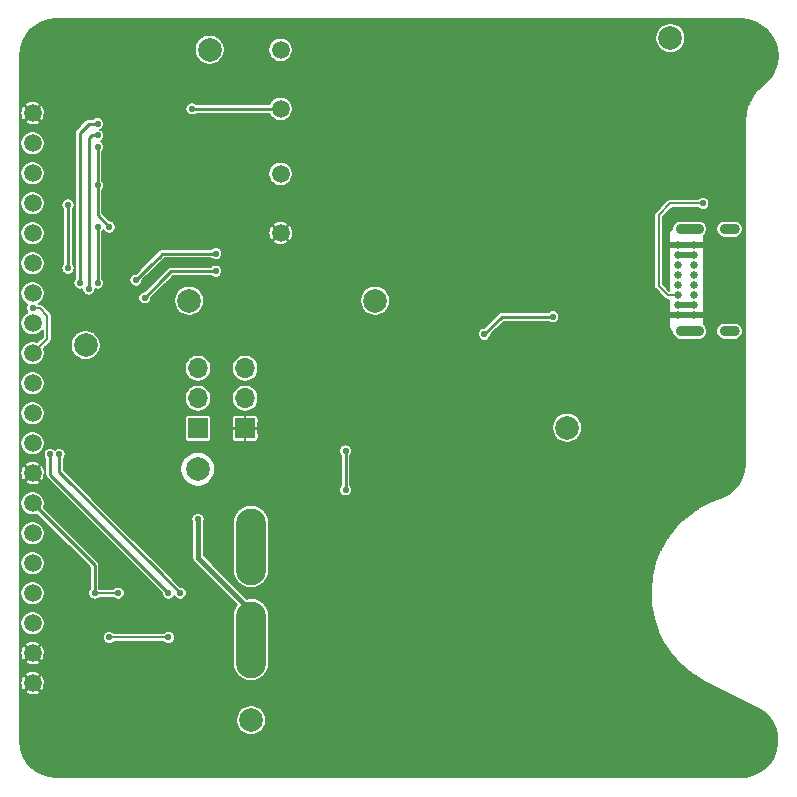
<source format=gbr>
G04 #@! TF.GenerationSoftware,KiCad,Pcbnew,(5.1.8)-1*
G04 #@! TF.CreationDate,2020-12-13T00:02:07-08:00*
G04 #@! TF.ProjectId,IRIS-power,49524953-2d70-46f7-9765-722e6b696361,rev?*
G04 #@! TF.SameCoordinates,Original*
G04 #@! TF.FileFunction,Copper,L2,Bot*
G04 #@! TF.FilePolarity,Positive*
%FSLAX46Y46*%
G04 Gerber Fmt 4.6, Leading zero omitted, Abs format (unit mm)*
G04 Created by KiCad (PCBNEW (5.1.8)-1) date 2020-12-13 00:02:07*
%MOMM*%
%LPD*%
G01*
G04 APERTURE LIST*
G04 #@! TA.AperFunction,ComponentPad*
%ADD10C,1.500000*%
G04 #@! TD*
G04 #@! TA.AperFunction,ComponentPad*
%ADD11C,0.800000*%
G04 #@! TD*
G04 #@! TA.AperFunction,ComponentPad*
%ADD12C,6.200000*%
G04 #@! TD*
G04 #@! TA.AperFunction,ComponentPad*
%ADD13O,1.700000X0.900000*%
G04 #@! TD*
G04 #@! TA.AperFunction,ComponentPad*
%ADD14O,2.400000X0.900000*%
G04 #@! TD*
G04 #@! TA.AperFunction,ComponentPad*
%ADD15C,0.675000*%
G04 #@! TD*
G04 #@! TA.AperFunction,ComponentPad*
%ADD16C,2.000000*%
G04 #@! TD*
G04 #@! TA.AperFunction,ComponentPad*
%ADD17O,2.540000X6.502400*%
G04 #@! TD*
G04 #@! TA.AperFunction,ComponentPad*
%ADD18R,1.700000X1.700000*%
G04 #@! TD*
G04 #@! TA.AperFunction,ComponentPad*
%ADD19O,1.700000X1.700000*%
G04 #@! TD*
G04 #@! TA.AperFunction,ViaPad*
%ADD20C,0.558800*%
G04 #@! TD*
G04 #@! TA.AperFunction,Conductor*
%ADD21C,0.500000*%
G04 #@! TD*
G04 #@! TA.AperFunction,Conductor*
%ADD22C,0.250000*%
G04 #@! TD*
G04 #@! TA.AperFunction,Conductor*
%ADD23C,0.200000*%
G04 #@! TD*
G04 #@! TA.AperFunction,Conductor*
%ADD24C,0.400000*%
G04 #@! TD*
G04 #@! TA.AperFunction,Conductor*
%ADD25C,0.154000*%
G04 #@! TD*
G04 #@! TA.AperFunction,Conductor*
%ADD26C,0.100000*%
G04 #@! TD*
G04 APERTURE END LIST*
D10*
X1500000Y13970000D03*
X1500000Y6350000D03*
X1500000Y16510000D03*
X1500000Y3810000D03*
X1500000Y-1270000D03*
X1500000Y-6350000D03*
X1500000Y-11430000D03*
X1500000Y1270000D03*
X1500000Y21590000D03*
X1500000Y-19050000D03*
X1500000Y-24130000D03*
X1500000Y-16510000D03*
X1500000Y-13970000D03*
X1500000Y19050000D03*
X1500000Y11430000D03*
X1500000Y-21590000D03*
X1500000Y8890000D03*
X1500000Y-8890000D03*
X1500000Y-3810000D03*
X1500000Y24130000D03*
D11*
X5900000Y29000000D03*
D12*
X3500000Y29000000D03*
D11*
X3500000Y26600000D03*
X1802944Y30697056D03*
X1802944Y27302944D03*
X1100000Y29000000D03*
X3500000Y31400000D03*
X5197056Y27302944D03*
X5197056Y30697056D03*
X63900000Y29000000D03*
D12*
X61500000Y29000000D03*
D11*
X61500000Y26600000D03*
X59802944Y30697056D03*
X59802944Y27302944D03*
X59100000Y29000000D03*
X61500000Y31400000D03*
X63197056Y27302944D03*
X63197056Y30697056D03*
X63900000Y-29000000D03*
D12*
X61500000Y-29000000D03*
D11*
X61500000Y-31400000D03*
X59802944Y-27302944D03*
X59802944Y-30697056D03*
X59100000Y-29000000D03*
X61500000Y-26600000D03*
X63197056Y-30697056D03*
X63197056Y-27302944D03*
X5900000Y-29000000D03*
X1802944Y-30697056D03*
D12*
X3500000Y-29000000D03*
D11*
X3500000Y-26600000D03*
X5197056Y-27302944D03*
X1100000Y-29000000D03*
X1802944Y-27302944D03*
X5197056Y-30697056D03*
X3500000Y-31400000D03*
D13*
X60510000Y14325000D03*
X60510000Y5675000D03*
D14*
X57130000Y14325000D03*
X57130000Y5675000D03*
D15*
X57500000Y10425000D03*
X57500000Y12975000D03*
X57500000Y12125000D03*
X57500000Y11275000D03*
X57500000Y7025000D03*
X57500000Y8725000D03*
X57500000Y9575000D03*
X57500000Y7875000D03*
X56150000Y12975000D03*
X56150000Y12125000D03*
X56150000Y11275000D03*
X56150000Y10425000D03*
X56150000Y9575000D03*
X56150000Y8725000D03*
X56150000Y7875000D03*
X56150000Y7025000D03*
D16*
X38230000Y-9100000D03*
X38230000Y-23900000D03*
D17*
X20000000Y-12563000D03*
X20000000Y-20437000D03*
D10*
X22500000Y29500000D03*
X22500000Y24500000D03*
X22500000Y19000000D03*
X22500000Y14000000D03*
D16*
X20000000Y-27250000D03*
D18*
X15500000Y-2540000D03*
D19*
X15500000Y0D03*
X15500000Y2540000D03*
X19500000Y2540000D03*
X19500000Y0D03*
D18*
X19500000Y-2540000D03*
D16*
X46750000Y-2500000D03*
X30500000Y8250000D03*
X15500000Y-6000000D03*
X14750000Y8250000D03*
X6000000Y4500000D03*
X16500000Y29500000D03*
X55500000Y30500000D03*
D20*
X52000000Y-2500000D03*
X56000000Y-2500000D03*
X55000000Y-1500000D03*
X55000000Y-2500000D03*
X55000000Y-3500000D03*
X54000000Y-3500000D03*
X53000000Y-3500000D03*
X53000000Y-2500000D03*
X53000000Y-1500000D03*
X54000000Y-1500000D03*
X10750000Y18000000D03*
X11750000Y18000000D03*
X12750000Y18000000D03*
X12750000Y19000000D03*
X12750000Y20000000D03*
X11750000Y20000000D03*
X10750000Y20000000D03*
X10750000Y19000000D03*
X11750000Y19000000D03*
X17500000Y-27500000D03*
X20000000Y-30000000D03*
X22500000Y-27500000D03*
X25000000Y-30000000D03*
X27500000Y-27500000D03*
X30000000Y-30000000D03*
X32500000Y-27500000D03*
X35000000Y-30000000D03*
X37500000Y-27500000D03*
X40000000Y-30000000D03*
X42500000Y-27500000D03*
X45000000Y-30000000D03*
X47500000Y-27500000D03*
X50000000Y-30000000D03*
X52500000Y-27500000D03*
X50000000Y-25000000D03*
X45000000Y-25000000D03*
X40000000Y-25000000D03*
X35000000Y-25000000D03*
X30000000Y-25000000D03*
X25000000Y-25000000D03*
X55000000Y-25000000D03*
X45000000Y30000000D03*
X40000000Y30000000D03*
X35000000Y30000000D03*
X37500000Y27500000D03*
X42500000Y27500000D03*
X47500000Y27500000D03*
X50000000Y30000000D03*
X50000000Y25000000D03*
X45000000Y25000000D03*
X40000000Y25000000D03*
X35000000Y25000000D03*
X37500000Y22500000D03*
X42500000Y22500000D03*
X47500000Y22500000D03*
X50000000Y20000000D03*
X45000000Y20000000D03*
X40000000Y20000000D03*
X35000000Y20000000D03*
X37500000Y17500000D03*
X42500000Y17500000D03*
X47500000Y17500000D03*
X32500000Y17500000D03*
X32500000Y22500000D03*
X32500000Y27500000D03*
X27500000Y27500000D03*
X25000000Y25000000D03*
X25000000Y-15000000D03*
X25000000Y-10000000D03*
X27500000Y-12500000D03*
X30000000Y-10000000D03*
X30000000Y-15000000D03*
X32500000Y-12500000D03*
X35000000Y-15000000D03*
X35000000Y-10000000D03*
X37500000Y-12500000D03*
X40000000Y-10000000D03*
X40000000Y-15000000D03*
X42500000Y-12500000D03*
X15000000Y-30000000D03*
X54000000Y-2500000D03*
X50000000Y15000000D03*
X8000000Y10250000D03*
X9500000Y9250000D03*
X12500000Y-27500000D03*
X15000000Y-25000000D03*
X30000000Y20000000D03*
X27500000Y22500000D03*
X30000000Y25000000D03*
X30000000Y30000000D03*
X25000000Y30000000D03*
X45000000Y15000000D03*
X40000000Y15000000D03*
X35000000Y15000000D03*
X30000000Y15000000D03*
X25000000Y15000000D03*
X27500000Y17500000D03*
X25000000Y20000000D03*
X32500000Y12500000D03*
X37500000Y12500000D03*
X42500000Y12500000D03*
X47500000Y12500000D03*
X17500000Y-1500000D03*
X17500000Y-4000000D03*
X21250000Y-4000000D03*
X9750000Y12750000D03*
X4750000Y-3000000D03*
X4750000Y-1000000D03*
X4750000Y1500000D03*
X8000000Y500000D03*
X9500000Y7500000D03*
X10000000Y25000000D03*
X12500000Y27500000D03*
X22500000Y27500000D03*
X20000000Y15000000D03*
X22500000Y17500000D03*
X30000000Y5000000D03*
X25000000Y5000000D03*
X20000000Y5000000D03*
X15000000Y5000000D03*
X35000000Y5000000D03*
X25000000Y11500000D03*
X20000000Y11500000D03*
X9500000Y-2000000D03*
X3250000Y-8500000D03*
X7750000Y-21500000D03*
X7750000Y-22750000D03*
X7750000Y-24000000D03*
X7750000Y-25250000D03*
X9000000Y-25250000D03*
X10250000Y-25250000D03*
X8500000Y-14500000D03*
X11000000Y-12000000D03*
X14500000Y-8500000D03*
X5500000Y-17500000D03*
X5500000Y-11250000D03*
X3500000Y-13250000D03*
X8500000Y2500000D03*
X58000000Y-2500000D03*
X54000000Y1750000D03*
X45000000Y-5000000D03*
X45000000Y0D03*
X53750000Y4500000D03*
X57250000Y4500000D03*
X60750000Y4500000D03*
X35000000Y10000000D03*
X40000000Y10000000D03*
X45000000Y10000000D03*
X29000000Y-2000000D03*
X25250000Y-2500000D03*
X5250000Y-6500000D03*
X7750000Y-9000000D03*
X50000000Y10000000D03*
X54250000Y19250000D03*
X54250000Y17250000D03*
X53500000Y25000000D03*
X52500000Y12500000D03*
X60000000Y17400000D03*
X55250000Y15000000D03*
X60750000Y7000000D03*
X60750000Y13000000D03*
X60750000Y11000000D03*
X60750000Y9000000D03*
X47500000Y-22500000D03*
X50000000Y-20000000D03*
X52500000Y-22500000D03*
X52500000Y-17500000D03*
X45000000Y-15000000D03*
X45000000Y-10000000D03*
X47500000Y-12500000D03*
X50000000Y-10000000D03*
X52500000Y-7500000D03*
X27500000Y-22500000D03*
X22500000Y-22500000D03*
X32500000Y-22500000D03*
X42500000Y-22500000D03*
X32500000Y-17500000D03*
X27500000Y-17500000D03*
X37500000Y-17500000D03*
X42500000Y-17500000D03*
X22500000Y-17500000D03*
X22500000Y-12500000D03*
X50250000Y4500000D03*
X7000000Y21279400D03*
X8000000Y14500000D03*
X7000000Y18020600D03*
X15000000Y24500000D03*
X6750000Y-16500000D03*
X8750000Y-16500000D03*
X8000000Y-20250000D03*
X13000000Y-20250000D03*
X2991197Y-4750000D03*
X13000000Y-16500000D03*
X1500000Y7625000D03*
X3750000Y-4750000D03*
X14000000Y-16500000D03*
X7000000Y9750000D03*
X7000000Y14500000D03*
X17000000Y10750000D03*
X11000000Y8500000D03*
X5500000Y9750000D03*
X7000000Y23250000D03*
X7000000Y22250000D03*
X6250000Y9250000D03*
X58250000Y16500000D03*
X39750000Y5425000D03*
X45550000Y6900000D03*
X4500000Y16375000D03*
X10250000Y10000000D03*
X4500000Y11000000D03*
X17000000Y12250000D03*
X15500000Y-10250000D03*
X28000000Y-7750000D03*
X28000000Y-4450000D03*
D21*
X57500000Y12975000D02*
X56150000Y12975000D01*
X57500000Y12975000D02*
X58725000Y12975000D01*
X56150000Y12975000D02*
X55275000Y12975000D01*
X56150000Y7025000D02*
X57500000Y7025000D01*
X56150000Y7025000D02*
X55275000Y7025000D01*
X57500000Y7025000D02*
X58725000Y7025000D01*
D22*
X7000000Y21279400D02*
X7000000Y20000000D01*
X7000000Y20000000D02*
X7000000Y16250000D01*
X7000000Y16250000D02*
X7000000Y15500000D01*
X7000000Y15500000D02*
X8000000Y14500000D01*
X15000000Y24500000D02*
X22500000Y24500000D01*
X6750000Y-14140000D02*
X1500000Y-8890000D01*
X6750000Y-16500000D02*
X6750000Y-14140000D01*
D23*
X8750000Y-16500000D02*
X6750000Y-16500000D01*
X8000000Y-20250000D02*
X13000000Y-20250000D01*
X2750000Y5060000D02*
X1500000Y3810000D01*
X2750000Y7000000D02*
X2750000Y5060000D01*
D22*
X2991197Y-6491197D02*
X2991197Y-4750000D01*
X13000000Y-16500000D02*
X2991197Y-6491197D01*
D23*
X2125000Y7625000D02*
X2750000Y7000000D01*
X1500000Y7625000D02*
X2125000Y7625000D01*
D22*
X12250000Y-14750000D02*
X14000000Y-16500000D01*
X3750000Y-6250000D02*
X12250000Y-14750000D01*
X3750000Y-4750000D02*
X3750000Y-6250000D01*
X7000000Y14000000D02*
X7000000Y14500000D01*
X7000000Y9750000D02*
X7000000Y14500000D01*
X12750000Y10250000D02*
X13250000Y10750000D01*
X13250000Y10750000D02*
X17000000Y10750000D01*
X12500000Y10000000D02*
X12750000Y10250000D01*
X12500000Y10000000D02*
X11000000Y8500000D01*
X6250000Y23250000D02*
X5500000Y22500000D01*
X7000000Y23250000D02*
X6250000Y23250000D01*
X5500000Y22500000D02*
X5500000Y15750000D01*
X5500000Y15750000D02*
X5500000Y9750000D01*
X6500000Y22250000D02*
X7000000Y22250000D01*
X6250000Y10250000D02*
X6250000Y22000000D01*
X6250000Y22000000D02*
X6500000Y22250000D01*
X6250000Y10250000D02*
X6250000Y9250000D01*
D21*
X56150000Y12125000D02*
X57500000Y12125000D01*
X56150000Y7875000D02*
X57500000Y7875000D01*
X56125000Y7875000D02*
X56112501Y7887499D01*
X56150000Y7875000D02*
X56125000Y7875000D01*
D23*
X55275000Y8725000D02*
X56150000Y8725000D01*
X54500000Y9500000D02*
X55275000Y8725000D01*
X54500000Y15500000D02*
X54500000Y9500000D01*
X55500000Y16500000D02*
X54500000Y15500000D01*
X58250000Y16500000D02*
X55500000Y16500000D01*
D22*
X39750000Y5425000D02*
X41225000Y6900000D01*
X43350000Y6900000D02*
X41400000Y6900000D01*
X41225000Y6900000D02*
X41400000Y6900000D01*
X43350000Y6900000D02*
X45550000Y6900000D01*
X4500000Y16375000D02*
X4500000Y15500000D01*
X4500000Y15500000D02*
X4500000Y11000000D01*
X11500000Y11250000D02*
X10250000Y10000000D01*
X12500000Y12250000D02*
X12250000Y12000000D01*
X17000000Y12250000D02*
X12500000Y12250000D01*
X11500000Y11250000D02*
X12250000Y12000000D01*
D24*
X20250000Y-18250000D02*
X20250000Y-20437000D01*
X15500000Y-13500000D02*
X20250000Y-18250000D01*
X15500000Y-10250000D02*
X15500000Y-13500000D01*
D22*
X28000000Y-7750000D02*
X28000000Y-4450000D01*
D25*
X62096485Y32012466D02*
X62670247Y31839238D01*
X63199437Y31557862D01*
X63663897Y31179060D01*
X64045936Y30717255D01*
X64330998Y30190041D01*
X64508228Y29617502D01*
X64570877Y29021440D01*
X64516556Y28424559D01*
X64347337Y27849600D01*
X64069663Y27318460D01*
X63690601Y26847001D01*
X63342789Y26539372D01*
X62984729Y26224903D01*
X62962556Y26201216D01*
X62939401Y26178540D01*
X62935600Y26173947D01*
X62503874Y25644597D01*
X62482449Y25612350D01*
X62460593Y25580430D01*
X62457757Y25575185D01*
X62137070Y24972061D01*
X62122314Y24936259D01*
X62107077Y24900709D01*
X62105314Y24895013D01*
X61907882Y24241088D01*
X61900366Y24203128D01*
X61892318Y24165268D01*
X61891695Y24159339D01*
X61825308Y23482276D01*
X61822999Y23458828D01*
X61823001Y-5524656D01*
X61762466Y-6142036D01*
X61589238Y-6715795D01*
X61307861Y-7244988D01*
X60929057Y-7709447D01*
X60467254Y-8091484D01*
X59929942Y-8382007D01*
X59667358Y-8478929D01*
X59667036Y-8479085D01*
X59664384Y-8480039D01*
X58889698Y-8772545D01*
X58872033Y-8780683D01*
X58854002Y-8787915D01*
X58842029Y-8793963D01*
X57841526Y-9319288D01*
X57821583Y-9331630D01*
X57801240Y-9343353D01*
X57790238Y-9351028D01*
X56873735Y-10012083D01*
X56855719Y-10027121D01*
X56837240Y-10041586D01*
X56827431Y-10050734D01*
X56013215Y-10834332D01*
X55997486Y-10851772D01*
X55981243Y-10868682D01*
X55972819Y-10879121D01*
X55277136Y-11769624D01*
X55264024Y-11789102D01*
X55250322Y-11808137D01*
X55243454Y-11819658D01*
X54680184Y-12799302D01*
X54669957Y-12820413D01*
X54659064Y-12841208D01*
X54653888Y-12853582D01*
X54234270Y-13902817D01*
X54227117Y-13925165D01*
X54219265Y-13947282D01*
X54215884Y-13960262D01*
X53948292Y-15058154D01*
X53944358Y-15081294D01*
X53939702Y-15104289D01*
X53938183Y-15117616D01*
X53827954Y-16242259D01*
X53827320Y-16265720D01*
X53825950Y-16289144D01*
X53826325Y-16302553D01*
X53875659Y-17431506D01*
X53878336Y-17454815D01*
X53880281Y-17478206D01*
X53882542Y-17491428D01*
X54090454Y-18602168D01*
X54096396Y-18624896D01*
X54101611Y-18647751D01*
X54105711Y-18660522D01*
X54468055Y-19730886D01*
X54477136Y-19752540D01*
X54485523Y-19774442D01*
X54491382Y-19786508D01*
X55000927Y-20795139D01*
X55012958Y-20815279D01*
X55024357Y-20835799D01*
X55031858Y-20846920D01*
X55678437Y-21773693D01*
X55693188Y-21791940D01*
X55707362Y-21810646D01*
X55716347Y-21820590D01*
X55716355Y-21820599D01*
X55716362Y-21820606D01*
X56487066Y-22647022D01*
X56504239Y-22663006D01*
X56520910Y-22679531D01*
X56531216Y-22688117D01*
X57410683Y-23397701D01*
X57429941Y-23411110D01*
X57448769Y-23425117D01*
X57460169Y-23432157D01*
X57460182Y-23432166D01*
X57460193Y-23432171D01*
X58425853Y-24007771D01*
X58438575Y-24015836D01*
X62864392Y-26246420D01*
X63388463Y-26578336D01*
X63822865Y-26991259D01*
X64168793Y-27480695D01*
X64413069Y-28028004D01*
X64546385Y-28612332D01*
X64563666Y-29211426D01*
X64464251Y-29802473D01*
X64251929Y-30362950D01*
X63934788Y-30871511D01*
X63524905Y-31308788D01*
X63037899Y-31658122D01*
X62492309Y-31906212D01*
X61902437Y-32045132D01*
X61485742Y-32073000D01*
X3520883Y-32073000D01*
X2903513Y-32012466D01*
X2329754Y-31839238D01*
X1800561Y-31557861D01*
X1336100Y-31179057D01*
X954064Y-30717255D01*
X669003Y-30190044D01*
X491772Y-29617502D01*
X427007Y-29001309D01*
X427000Y-28999377D01*
X427000Y-27124226D01*
X18723000Y-27124226D01*
X18723000Y-27375774D01*
X18772074Y-27622487D01*
X18868337Y-27854886D01*
X19008089Y-28064040D01*
X19185960Y-28241911D01*
X19395114Y-28381663D01*
X19627513Y-28477926D01*
X19874226Y-28527000D01*
X20125774Y-28527000D01*
X20372487Y-28477926D01*
X20604886Y-28381663D01*
X20814040Y-28241911D01*
X20991911Y-28064040D01*
X21131663Y-27854886D01*
X21227926Y-27622487D01*
X21277000Y-27375774D01*
X21277000Y-27124226D01*
X21227926Y-26877513D01*
X21131663Y-26645114D01*
X20991911Y-26435960D01*
X20814040Y-26258089D01*
X20604886Y-26118337D01*
X20372487Y-26022074D01*
X20125774Y-25973000D01*
X19874226Y-25973000D01*
X19627513Y-26022074D01*
X19395114Y-26118337D01*
X19185960Y-26258089D01*
X19008089Y-26435960D01*
X18868337Y-26645114D01*
X18772074Y-26877513D01*
X18723000Y-27124226D01*
X427000Y-27124226D01*
X427000Y-24826814D01*
X835713Y-24826814D01*
X912181Y-24978192D01*
X1088950Y-25076573D01*
X1281516Y-25138577D01*
X1482478Y-25161822D01*
X1684113Y-25145413D01*
X1878673Y-25089984D01*
X2058680Y-24997663D01*
X2087819Y-24978192D01*
X2164287Y-24826814D01*
X1500000Y-24162527D01*
X835713Y-24826814D01*
X427000Y-24826814D01*
X427000Y-24112478D01*
X468178Y-24112478D01*
X484587Y-24314113D01*
X540016Y-24508673D01*
X632337Y-24688680D01*
X651808Y-24717819D01*
X803186Y-24794287D01*
X1467473Y-24130000D01*
X1532527Y-24130000D01*
X2196814Y-24794287D01*
X2348192Y-24717819D01*
X2446573Y-24541050D01*
X2508577Y-24348484D01*
X2531822Y-24147522D01*
X2515413Y-23945887D01*
X2459984Y-23751327D01*
X2367663Y-23571320D01*
X2348192Y-23542181D01*
X2196814Y-23465713D01*
X1532527Y-24130000D01*
X1467473Y-24130000D01*
X803186Y-23465713D01*
X651808Y-23542181D01*
X553427Y-23718950D01*
X491423Y-23911516D01*
X468178Y-24112478D01*
X427000Y-24112478D01*
X427000Y-23433186D01*
X835713Y-23433186D01*
X1500000Y-24097473D01*
X2164287Y-23433186D01*
X2087819Y-23281808D01*
X1911050Y-23183427D01*
X1718484Y-23121423D01*
X1517522Y-23098178D01*
X1315887Y-23114587D01*
X1121327Y-23170016D01*
X941320Y-23262337D01*
X912181Y-23281808D01*
X835713Y-23433186D01*
X427000Y-23433186D01*
X427000Y-22286814D01*
X835713Y-22286814D01*
X912181Y-22438192D01*
X1088950Y-22536573D01*
X1281516Y-22598577D01*
X1482478Y-22621822D01*
X1684113Y-22605413D01*
X1878673Y-22549984D01*
X2058680Y-22457663D01*
X2087819Y-22438192D01*
X2164287Y-22286814D01*
X1500000Y-21622527D01*
X835713Y-22286814D01*
X427000Y-22286814D01*
X427000Y-21572478D01*
X468178Y-21572478D01*
X484587Y-21774113D01*
X540016Y-21968673D01*
X632337Y-22148680D01*
X651808Y-22177819D01*
X803186Y-22254287D01*
X1467473Y-21590000D01*
X1532527Y-21590000D01*
X2196814Y-22254287D01*
X2348192Y-22177819D01*
X2446573Y-22001050D01*
X2508577Y-21808484D01*
X2531822Y-21607522D01*
X2515413Y-21405887D01*
X2459984Y-21211327D01*
X2367663Y-21031320D01*
X2348192Y-21002181D01*
X2196814Y-20925713D01*
X1532527Y-21590000D01*
X1467473Y-21590000D01*
X803186Y-20925713D01*
X651808Y-21002181D01*
X553427Y-21178950D01*
X491423Y-21371516D01*
X468178Y-21572478D01*
X427000Y-21572478D01*
X427000Y-20893186D01*
X835713Y-20893186D01*
X1500000Y-21557473D01*
X2164287Y-20893186D01*
X2087819Y-20741808D01*
X1911050Y-20643427D01*
X1718484Y-20581423D01*
X1517522Y-20558178D01*
X1315887Y-20574587D01*
X1121327Y-20630016D01*
X941320Y-20722337D01*
X912181Y-20741808D01*
X835713Y-20893186D01*
X427000Y-20893186D01*
X427000Y-20195199D01*
X7443600Y-20195199D01*
X7443600Y-20304801D01*
X7464982Y-20412296D01*
X7506925Y-20513554D01*
X7567816Y-20604684D01*
X7645316Y-20682184D01*
X7736446Y-20743075D01*
X7837704Y-20785018D01*
X7945199Y-20806400D01*
X8054801Y-20806400D01*
X8162296Y-20785018D01*
X8263554Y-20743075D01*
X8354684Y-20682184D01*
X8409868Y-20627000D01*
X12590132Y-20627000D01*
X12645316Y-20682184D01*
X12736446Y-20743075D01*
X12837704Y-20785018D01*
X12945199Y-20806400D01*
X13054801Y-20806400D01*
X13162296Y-20785018D01*
X13263554Y-20743075D01*
X13354684Y-20682184D01*
X13432184Y-20604684D01*
X13493075Y-20513554D01*
X13535018Y-20412296D01*
X13556400Y-20304801D01*
X13556400Y-20195199D01*
X13535018Y-20087704D01*
X13493075Y-19986446D01*
X13432184Y-19895316D01*
X13354684Y-19817816D01*
X13263554Y-19756925D01*
X13162296Y-19714982D01*
X13054801Y-19693600D01*
X12945199Y-19693600D01*
X12837704Y-19714982D01*
X12736446Y-19756925D01*
X12645316Y-19817816D01*
X12590132Y-19873000D01*
X8409868Y-19873000D01*
X8354684Y-19817816D01*
X8263554Y-19756925D01*
X8162296Y-19714982D01*
X8054801Y-19693600D01*
X7945199Y-19693600D01*
X7837704Y-19714982D01*
X7736446Y-19756925D01*
X7645316Y-19817816D01*
X7567816Y-19895316D01*
X7506925Y-19986446D01*
X7464982Y-20087704D01*
X7443600Y-20195199D01*
X427000Y-20195199D01*
X427000Y-18948849D01*
X473000Y-18948849D01*
X473000Y-19151151D01*
X512467Y-19349565D01*
X589885Y-19536467D01*
X702277Y-19704674D01*
X845326Y-19847723D01*
X1013533Y-19960115D01*
X1200435Y-20037533D01*
X1398849Y-20077000D01*
X1601151Y-20077000D01*
X1799565Y-20037533D01*
X1986467Y-19960115D01*
X2154674Y-19847723D01*
X2297723Y-19704674D01*
X2410115Y-19536467D01*
X2487533Y-19349565D01*
X2527000Y-19151151D01*
X2527000Y-18948849D01*
X2487533Y-18750435D01*
X2410115Y-18563533D01*
X2297723Y-18395326D01*
X2154674Y-18252277D01*
X1986467Y-18139885D01*
X1799565Y-18062467D01*
X1601151Y-18023000D01*
X1398849Y-18023000D01*
X1200435Y-18062467D01*
X1013533Y-18139885D01*
X845326Y-18252277D01*
X702277Y-18395326D01*
X589885Y-18563533D01*
X512467Y-18750435D01*
X473000Y-18948849D01*
X427000Y-18948849D01*
X427000Y-16408849D01*
X473000Y-16408849D01*
X473000Y-16611151D01*
X512467Y-16809565D01*
X589885Y-16996467D01*
X702277Y-17164674D01*
X845326Y-17307723D01*
X1013533Y-17420115D01*
X1200435Y-17497533D01*
X1398849Y-17537000D01*
X1601151Y-17537000D01*
X1799565Y-17497533D01*
X1986467Y-17420115D01*
X2154674Y-17307723D01*
X2297723Y-17164674D01*
X2410115Y-16996467D01*
X2487533Y-16809565D01*
X2527000Y-16611151D01*
X2527000Y-16408849D01*
X2487533Y-16210435D01*
X2410115Y-16023533D01*
X2297723Y-15855326D01*
X2154674Y-15712277D01*
X1986467Y-15599885D01*
X1799565Y-15522467D01*
X1601151Y-15483000D01*
X1398849Y-15483000D01*
X1200435Y-15522467D01*
X1013533Y-15599885D01*
X845326Y-15712277D01*
X702277Y-15855326D01*
X589885Y-16023533D01*
X512467Y-16210435D01*
X473000Y-16408849D01*
X427000Y-16408849D01*
X427000Y-13868849D01*
X473000Y-13868849D01*
X473000Y-14071151D01*
X512467Y-14269565D01*
X589885Y-14456467D01*
X702277Y-14624674D01*
X845326Y-14767723D01*
X1013533Y-14880115D01*
X1200435Y-14957533D01*
X1398849Y-14997000D01*
X1601151Y-14997000D01*
X1799565Y-14957533D01*
X1986467Y-14880115D01*
X2154674Y-14767723D01*
X2297723Y-14624674D01*
X2410115Y-14456467D01*
X2487533Y-14269565D01*
X2527000Y-14071151D01*
X2527000Y-13868849D01*
X2487533Y-13670435D01*
X2410115Y-13483533D01*
X2297723Y-13315326D01*
X2154674Y-13172277D01*
X1986467Y-13059885D01*
X1799565Y-12982467D01*
X1601151Y-12943000D01*
X1398849Y-12943000D01*
X1200435Y-12982467D01*
X1013533Y-13059885D01*
X845326Y-13172277D01*
X702277Y-13315326D01*
X589885Y-13483533D01*
X512467Y-13670435D01*
X473000Y-13868849D01*
X427000Y-13868849D01*
X427000Y-11328849D01*
X473000Y-11328849D01*
X473000Y-11531151D01*
X512467Y-11729565D01*
X589885Y-11916467D01*
X702277Y-12084674D01*
X845326Y-12227723D01*
X1013533Y-12340115D01*
X1200435Y-12417533D01*
X1398849Y-12457000D01*
X1601151Y-12457000D01*
X1799565Y-12417533D01*
X1986467Y-12340115D01*
X2154674Y-12227723D01*
X2297723Y-12084674D01*
X2410115Y-11916467D01*
X2487533Y-11729565D01*
X2527000Y-11531151D01*
X2527000Y-11328849D01*
X2487533Y-11130435D01*
X2410115Y-10943533D01*
X2297723Y-10775326D01*
X2154674Y-10632277D01*
X1986467Y-10519885D01*
X1799565Y-10442467D01*
X1601151Y-10403000D01*
X1398849Y-10403000D01*
X1200435Y-10442467D01*
X1013533Y-10519885D01*
X845326Y-10632277D01*
X702277Y-10775326D01*
X589885Y-10943533D01*
X512467Y-11130435D01*
X473000Y-11328849D01*
X427000Y-11328849D01*
X427000Y-8788849D01*
X473000Y-8788849D01*
X473000Y-8991151D01*
X512467Y-9189565D01*
X589885Y-9376467D01*
X702277Y-9544674D01*
X845326Y-9687723D01*
X1013533Y-9800115D01*
X1200435Y-9877533D01*
X1398849Y-9917000D01*
X1601151Y-9917000D01*
X1799565Y-9877533D01*
X1884032Y-9842545D01*
X6348001Y-14306515D01*
X6348000Y-16115132D01*
X6317816Y-16145316D01*
X6256925Y-16236446D01*
X6214982Y-16337704D01*
X6193600Y-16445199D01*
X6193600Y-16554801D01*
X6214982Y-16662296D01*
X6256925Y-16763554D01*
X6317816Y-16854684D01*
X6395316Y-16932184D01*
X6486446Y-16993075D01*
X6587704Y-17035018D01*
X6695199Y-17056400D01*
X6804801Y-17056400D01*
X6912296Y-17035018D01*
X7013554Y-16993075D01*
X7104684Y-16932184D01*
X7159868Y-16877000D01*
X8340132Y-16877000D01*
X8395316Y-16932184D01*
X8486446Y-16993075D01*
X8587704Y-17035018D01*
X8695199Y-17056400D01*
X8804801Y-17056400D01*
X8912296Y-17035018D01*
X9013554Y-16993075D01*
X9104684Y-16932184D01*
X9182184Y-16854684D01*
X9243075Y-16763554D01*
X9285018Y-16662296D01*
X9306400Y-16554801D01*
X9306400Y-16445199D01*
X9285018Y-16337704D01*
X9243075Y-16236446D01*
X9182184Y-16145316D01*
X9104684Y-16067816D01*
X9013554Y-16006925D01*
X8912296Y-15964982D01*
X8804801Y-15943600D01*
X8695199Y-15943600D01*
X8587704Y-15964982D01*
X8486446Y-16006925D01*
X8395316Y-16067816D01*
X8340132Y-16123000D01*
X7159868Y-16123000D01*
X7152000Y-16115132D01*
X7152000Y-14159739D01*
X7153944Y-14139999D01*
X7152000Y-14120260D01*
X7152000Y-14120253D01*
X7146183Y-14061194D01*
X7123197Y-13985417D01*
X7085868Y-13915580D01*
X7035632Y-13854368D01*
X7020296Y-13841782D01*
X2452545Y-9274032D01*
X2487533Y-9189565D01*
X2527000Y-8991151D01*
X2527000Y-8788849D01*
X2487533Y-8590435D01*
X2410115Y-8403533D01*
X2297723Y-8235326D01*
X2154674Y-8092277D01*
X1986467Y-7979885D01*
X1799565Y-7902467D01*
X1601151Y-7863000D01*
X1398849Y-7863000D01*
X1200435Y-7902467D01*
X1013533Y-7979885D01*
X845326Y-8092277D01*
X702277Y-8235326D01*
X589885Y-8403533D01*
X512467Y-8590435D01*
X473000Y-8788849D01*
X427000Y-8788849D01*
X427000Y-7046814D01*
X835713Y-7046814D01*
X912181Y-7198192D01*
X1088950Y-7296573D01*
X1281516Y-7358577D01*
X1482478Y-7381822D01*
X1684113Y-7365413D01*
X1878673Y-7309984D01*
X2058680Y-7217663D01*
X2087819Y-7198192D01*
X2164287Y-7046814D01*
X1500000Y-6382527D01*
X835713Y-7046814D01*
X427000Y-7046814D01*
X427000Y-6332478D01*
X468178Y-6332478D01*
X484587Y-6534113D01*
X540016Y-6728673D01*
X632337Y-6908680D01*
X651808Y-6937819D01*
X803186Y-7014287D01*
X1467473Y-6350000D01*
X1532527Y-6350000D01*
X2196814Y-7014287D01*
X2348192Y-6937819D01*
X2446573Y-6761050D01*
X2508577Y-6568484D01*
X2531822Y-6367522D01*
X2515413Y-6165887D01*
X2459984Y-5971327D01*
X2367663Y-5791320D01*
X2348192Y-5762181D01*
X2196814Y-5685713D01*
X1532527Y-6350000D01*
X1467473Y-6350000D01*
X803186Y-5685713D01*
X651808Y-5762181D01*
X553427Y-5938950D01*
X491423Y-6131516D01*
X468178Y-6332478D01*
X427000Y-6332478D01*
X427000Y-5653186D01*
X835713Y-5653186D01*
X1500000Y-6317473D01*
X2164287Y-5653186D01*
X2087819Y-5501808D01*
X1911050Y-5403427D01*
X1718484Y-5341423D01*
X1517522Y-5318178D01*
X1315887Y-5334587D01*
X1121327Y-5390016D01*
X941320Y-5482337D01*
X912181Y-5501808D01*
X835713Y-5653186D01*
X427000Y-5653186D01*
X427000Y-3708849D01*
X473000Y-3708849D01*
X473000Y-3911151D01*
X512467Y-4109565D01*
X589885Y-4296467D01*
X702277Y-4464674D01*
X845326Y-4607723D01*
X1013533Y-4720115D01*
X1200435Y-4797533D01*
X1398849Y-4837000D01*
X1601151Y-4837000D01*
X1799565Y-4797533D01*
X1986467Y-4720115D01*
X2023756Y-4695199D01*
X2434797Y-4695199D01*
X2434797Y-4804801D01*
X2456179Y-4912296D01*
X2498122Y-5013554D01*
X2559013Y-5104684D01*
X2589198Y-5134869D01*
X2589197Y-6471457D01*
X2587253Y-6491197D01*
X2589197Y-6510936D01*
X2589197Y-6510943D01*
X2595014Y-6570002D01*
X2618000Y-6645779D01*
X2655329Y-6715616D01*
X2705565Y-6776829D01*
X2720907Y-6789420D01*
X12443600Y-16512114D01*
X12443600Y-16554801D01*
X12464982Y-16662296D01*
X12506925Y-16763554D01*
X12567816Y-16854684D01*
X12645316Y-16932184D01*
X12736446Y-16993075D01*
X12837704Y-17035018D01*
X12945199Y-17056400D01*
X13054801Y-17056400D01*
X13162296Y-17035018D01*
X13263554Y-16993075D01*
X13354684Y-16932184D01*
X13432184Y-16854684D01*
X13493075Y-16763554D01*
X13500000Y-16746836D01*
X13506925Y-16763554D01*
X13567816Y-16854684D01*
X13645316Y-16932184D01*
X13736446Y-16993075D01*
X13837704Y-17035018D01*
X13945199Y-17056400D01*
X14054801Y-17056400D01*
X14162296Y-17035018D01*
X14263554Y-16993075D01*
X14354684Y-16932184D01*
X14432184Y-16854684D01*
X14493075Y-16763554D01*
X14535018Y-16662296D01*
X14556400Y-16554801D01*
X14556400Y-16445199D01*
X14535018Y-16337704D01*
X14493075Y-16236446D01*
X14432184Y-16145316D01*
X14354684Y-16067816D01*
X14263554Y-16006925D01*
X14162296Y-15964982D01*
X14054801Y-15943600D01*
X14012114Y-15943600D01*
X12520293Y-14451780D01*
X8263712Y-10195199D01*
X14943600Y-10195199D01*
X14943600Y-10304801D01*
X14964982Y-10412296D01*
X15006925Y-10513554D01*
X15023000Y-10537612D01*
X15023001Y-13476575D01*
X15020694Y-13500000D01*
X15029903Y-13593507D01*
X15057178Y-13683422D01*
X15057179Y-13683423D01*
X15101472Y-13766289D01*
X15104641Y-13770150D01*
X15143136Y-13817056D01*
X15161080Y-13838921D01*
X15179271Y-13853850D01*
X18802198Y-17476777D01*
X18707494Y-17592174D01*
X18563844Y-17860924D01*
X18475385Y-18152535D01*
X18453001Y-18379804D01*
X18453000Y-22494195D01*
X18475384Y-22721464D01*
X18563843Y-23013075D01*
X18707493Y-23281825D01*
X18900813Y-23517387D01*
X19136374Y-23710707D01*
X19405124Y-23854357D01*
X19696735Y-23942816D01*
X20000000Y-23972685D01*
X20303264Y-23942816D01*
X20594875Y-23854357D01*
X20863625Y-23710707D01*
X21099187Y-23517387D01*
X21292507Y-23281826D01*
X21436157Y-23013076D01*
X21524616Y-22721465D01*
X21547000Y-22494196D01*
X21547000Y-18379804D01*
X21524616Y-18152535D01*
X21436157Y-17860924D01*
X21292507Y-17592174D01*
X21099187Y-17356613D01*
X20863626Y-17163293D01*
X20594876Y-17019643D01*
X20303265Y-16931184D01*
X20000000Y-16901315D01*
X19696736Y-16931184D01*
X19626937Y-16952357D01*
X17294775Y-14620195D01*
X18453000Y-14620195D01*
X18475384Y-14847464D01*
X18563843Y-15139075D01*
X18707493Y-15407825D01*
X18900813Y-15643387D01*
X19136374Y-15836707D01*
X19405124Y-15980357D01*
X19696735Y-16068816D01*
X20000000Y-16098685D01*
X20303264Y-16068816D01*
X20594875Y-15980357D01*
X20863625Y-15836707D01*
X21099187Y-15643387D01*
X21292507Y-15407826D01*
X21436157Y-15139076D01*
X21524616Y-14847465D01*
X21547000Y-14620196D01*
X21547000Y-10505804D01*
X21524616Y-10278535D01*
X21436157Y-9986924D01*
X21292507Y-9718174D01*
X21099187Y-9482613D01*
X20863626Y-9289293D01*
X20594876Y-9145643D01*
X20303265Y-9057184D01*
X20000000Y-9027315D01*
X19696736Y-9057184D01*
X19405125Y-9145643D01*
X19136375Y-9289293D01*
X18900814Y-9482613D01*
X18707494Y-9718174D01*
X18563844Y-9986924D01*
X18475385Y-10278535D01*
X18453001Y-10505804D01*
X18453000Y-14620195D01*
X17294775Y-14620195D01*
X15977000Y-13302421D01*
X15977000Y-10537612D01*
X15993075Y-10513554D01*
X16035018Y-10412296D01*
X16056400Y-10304801D01*
X16056400Y-10195199D01*
X16035018Y-10087704D01*
X15993075Y-9986446D01*
X15932184Y-9895316D01*
X15854684Y-9817816D01*
X15763554Y-9756925D01*
X15662296Y-9714982D01*
X15554801Y-9693600D01*
X15445199Y-9693600D01*
X15337704Y-9714982D01*
X15236446Y-9756925D01*
X15145316Y-9817816D01*
X15067816Y-9895316D01*
X15006925Y-9986446D01*
X14964982Y-10087704D01*
X14943600Y-10195199D01*
X8263712Y-10195199D01*
X4152000Y-6083487D01*
X4152000Y-5854528D01*
X14023000Y-5854528D01*
X14023000Y-6145472D01*
X14079760Y-6430825D01*
X14191099Y-6699622D01*
X14352739Y-6941533D01*
X14558467Y-7147261D01*
X14800378Y-7308901D01*
X15069175Y-7420240D01*
X15354528Y-7477000D01*
X15645472Y-7477000D01*
X15930825Y-7420240D01*
X16199622Y-7308901D01*
X16441533Y-7147261D01*
X16647261Y-6941533D01*
X16808901Y-6699622D01*
X16920240Y-6430825D01*
X16977000Y-6145472D01*
X16977000Y-5854528D01*
X16920240Y-5569175D01*
X16808901Y-5300378D01*
X16647261Y-5058467D01*
X16441533Y-4852739D01*
X16199622Y-4691099D01*
X15930825Y-4579760D01*
X15645472Y-4523000D01*
X15354528Y-4523000D01*
X15069175Y-4579760D01*
X14800378Y-4691099D01*
X14558467Y-4852739D01*
X14352739Y-5058467D01*
X14191099Y-5300378D01*
X14079760Y-5569175D01*
X14023000Y-5854528D01*
X4152000Y-5854528D01*
X4152000Y-5134868D01*
X4182184Y-5104684D01*
X4243075Y-5013554D01*
X4285018Y-4912296D01*
X4306400Y-4804801D01*
X4306400Y-4695199D01*
X4285018Y-4587704D01*
X4243075Y-4486446D01*
X4182184Y-4395316D01*
X4182067Y-4395199D01*
X27443600Y-4395199D01*
X27443600Y-4504801D01*
X27464982Y-4612296D01*
X27506925Y-4713554D01*
X27567816Y-4804684D01*
X27598001Y-4834869D01*
X27598000Y-7365132D01*
X27567816Y-7395316D01*
X27506925Y-7486446D01*
X27464982Y-7587704D01*
X27443600Y-7695199D01*
X27443600Y-7804801D01*
X27464982Y-7912296D01*
X27506925Y-8013554D01*
X27567816Y-8104684D01*
X27645316Y-8182184D01*
X27736446Y-8243075D01*
X27837704Y-8285018D01*
X27945199Y-8306400D01*
X28054801Y-8306400D01*
X28162296Y-8285018D01*
X28263554Y-8243075D01*
X28354684Y-8182184D01*
X28432184Y-8104684D01*
X28493075Y-8013554D01*
X28535018Y-7912296D01*
X28556400Y-7804801D01*
X28556400Y-7695199D01*
X28535018Y-7587704D01*
X28493075Y-7486446D01*
X28432184Y-7395316D01*
X28402000Y-7365132D01*
X28402000Y-4834868D01*
X28432184Y-4804684D01*
X28493075Y-4713554D01*
X28535018Y-4612296D01*
X28556400Y-4504801D01*
X28556400Y-4395199D01*
X28535018Y-4287704D01*
X28493075Y-4186446D01*
X28432184Y-4095316D01*
X28354684Y-4017816D01*
X28263554Y-3956925D01*
X28162296Y-3914982D01*
X28054801Y-3893600D01*
X27945199Y-3893600D01*
X27837704Y-3914982D01*
X27736446Y-3956925D01*
X27645316Y-4017816D01*
X27567816Y-4095316D01*
X27506925Y-4186446D01*
X27464982Y-4287704D01*
X27443600Y-4395199D01*
X4182067Y-4395199D01*
X4104684Y-4317816D01*
X4013554Y-4256925D01*
X3912296Y-4214982D01*
X3804801Y-4193600D01*
X3695199Y-4193600D01*
X3587704Y-4214982D01*
X3486446Y-4256925D01*
X3395316Y-4317816D01*
X3370599Y-4342534D01*
X3345881Y-4317816D01*
X3254751Y-4256925D01*
X3153493Y-4214982D01*
X3045998Y-4193600D01*
X2936396Y-4193600D01*
X2828901Y-4214982D01*
X2727643Y-4256925D01*
X2636513Y-4317816D01*
X2559013Y-4395316D01*
X2498122Y-4486446D01*
X2456179Y-4587704D01*
X2434797Y-4695199D01*
X2023756Y-4695199D01*
X2154674Y-4607723D01*
X2297723Y-4464674D01*
X2410115Y-4296467D01*
X2487533Y-4109565D01*
X2527000Y-3911151D01*
X2527000Y-3708849D01*
X2487533Y-3510435D01*
X2410115Y-3323533D01*
X2297723Y-3155326D01*
X2154674Y-3012277D01*
X1986467Y-2899885D01*
X1799565Y-2822467D01*
X1601151Y-2783000D01*
X1398849Y-2783000D01*
X1200435Y-2822467D01*
X1013533Y-2899885D01*
X845326Y-3012277D01*
X702277Y-3155326D01*
X589885Y-3323533D01*
X512467Y-3510435D01*
X473000Y-3708849D01*
X427000Y-3708849D01*
X427000Y-1168849D01*
X473000Y-1168849D01*
X473000Y-1371151D01*
X512467Y-1569565D01*
X589885Y-1756467D01*
X702277Y-1924674D01*
X845326Y-2067723D01*
X1013533Y-2180115D01*
X1200435Y-2257533D01*
X1398849Y-2297000D01*
X1601151Y-2297000D01*
X1799565Y-2257533D01*
X1986467Y-2180115D01*
X2154674Y-2067723D01*
X2297723Y-1924674D01*
X2410115Y-1756467D01*
X2437646Y-1690000D01*
X14371660Y-1690000D01*
X14371660Y-3390000D01*
X14377008Y-3444301D01*
X14392847Y-3496516D01*
X14418569Y-3544637D01*
X14453184Y-3586816D01*
X14495363Y-3621431D01*
X14543484Y-3647153D01*
X14595699Y-3662992D01*
X14650000Y-3668340D01*
X16350000Y-3668340D01*
X16404301Y-3662992D01*
X16456516Y-3647153D01*
X16504637Y-3621431D01*
X16546816Y-3586816D01*
X16581431Y-3544637D01*
X16607153Y-3496516D01*
X16622992Y-3444301D01*
X16628340Y-3390000D01*
X18371660Y-3390000D01*
X18377008Y-3444301D01*
X18392847Y-3496516D01*
X18418569Y-3544637D01*
X18453184Y-3586816D01*
X18495363Y-3621431D01*
X18543484Y-3647153D01*
X18595699Y-3662992D01*
X18650000Y-3668340D01*
X19407750Y-3667000D01*
X19477000Y-3597750D01*
X19477000Y-2563000D01*
X19523000Y-2563000D01*
X19523000Y-3597750D01*
X19592250Y-3667000D01*
X20350000Y-3668340D01*
X20404301Y-3662992D01*
X20456516Y-3647153D01*
X20504637Y-3621431D01*
X20546816Y-3586816D01*
X20581431Y-3544637D01*
X20607153Y-3496516D01*
X20622992Y-3444301D01*
X20628340Y-3390000D01*
X20627000Y-2632250D01*
X20557750Y-2563000D01*
X19523000Y-2563000D01*
X19477000Y-2563000D01*
X18442250Y-2563000D01*
X18373000Y-2632250D01*
X18371660Y-3390000D01*
X16628340Y-3390000D01*
X16628340Y-1690000D01*
X18371660Y-1690000D01*
X18373000Y-2447750D01*
X18442250Y-2517000D01*
X19477000Y-2517000D01*
X19477000Y-1482250D01*
X19523000Y-1482250D01*
X19523000Y-2517000D01*
X20557750Y-2517000D01*
X20627000Y-2447750D01*
X20627130Y-2374226D01*
X45473000Y-2374226D01*
X45473000Y-2625774D01*
X45522074Y-2872487D01*
X45618337Y-3104886D01*
X45758089Y-3314040D01*
X45935960Y-3491911D01*
X46145114Y-3631663D01*
X46377513Y-3727926D01*
X46624226Y-3777000D01*
X46875774Y-3777000D01*
X47122487Y-3727926D01*
X47354886Y-3631663D01*
X47564040Y-3491911D01*
X47741911Y-3314040D01*
X47881663Y-3104886D01*
X47977926Y-2872487D01*
X48027000Y-2625774D01*
X48027000Y-2374226D01*
X47977926Y-2127513D01*
X47881663Y-1895114D01*
X47741911Y-1685960D01*
X47564040Y-1508089D01*
X47354886Y-1368337D01*
X47122487Y-1272074D01*
X46875774Y-1223000D01*
X46624226Y-1223000D01*
X46377513Y-1272074D01*
X46145114Y-1368337D01*
X45935960Y-1508089D01*
X45758089Y-1685960D01*
X45618337Y-1895114D01*
X45522074Y-2127513D01*
X45473000Y-2374226D01*
X20627130Y-2374226D01*
X20628340Y-1690000D01*
X20622992Y-1635699D01*
X20607153Y-1583484D01*
X20581431Y-1535363D01*
X20546816Y-1493184D01*
X20504637Y-1458569D01*
X20456516Y-1432847D01*
X20404301Y-1417008D01*
X20350000Y-1411660D01*
X19592250Y-1413000D01*
X19523000Y-1482250D01*
X19477000Y-1482250D01*
X19407750Y-1413000D01*
X18650000Y-1411660D01*
X18595699Y-1417008D01*
X18543484Y-1432847D01*
X18495363Y-1458569D01*
X18453184Y-1493184D01*
X18418569Y-1535363D01*
X18392847Y-1583484D01*
X18377008Y-1635699D01*
X18371660Y-1690000D01*
X16628340Y-1690000D01*
X16622992Y-1635699D01*
X16607153Y-1583484D01*
X16581431Y-1535363D01*
X16546816Y-1493184D01*
X16504637Y-1458569D01*
X16456516Y-1432847D01*
X16404301Y-1417008D01*
X16350000Y-1411660D01*
X14650000Y-1411660D01*
X14595699Y-1417008D01*
X14543484Y-1432847D01*
X14495363Y-1458569D01*
X14453184Y-1493184D01*
X14418569Y-1535363D01*
X14392847Y-1583484D01*
X14377008Y-1635699D01*
X14371660Y-1690000D01*
X2437646Y-1690000D01*
X2487533Y-1569565D01*
X2527000Y-1371151D01*
X2527000Y-1168849D01*
X2487533Y-970435D01*
X2410115Y-783533D01*
X2297723Y-615326D01*
X2154674Y-472277D01*
X1986467Y-359885D01*
X1799565Y-282467D01*
X1601151Y-243000D01*
X1398849Y-243000D01*
X1200435Y-282467D01*
X1013533Y-359885D01*
X845326Y-472277D01*
X702277Y-615326D01*
X589885Y-783533D01*
X512467Y-970435D01*
X473000Y-1168849D01*
X427000Y-1168849D01*
X427000Y111000D01*
X14373000Y111000D01*
X14373000Y-111000D01*
X14416310Y-328734D01*
X14501266Y-533835D01*
X14624602Y-718421D01*
X14781579Y-875398D01*
X14966165Y-998734D01*
X15171266Y-1083690D01*
X15389000Y-1127000D01*
X15611000Y-1127000D01*
X15828734Y-1083690D01*
X16033835Y-998734D01*
X16218421Y-875398D01*
X16375398Y-718421D01*
X16498734Y-533835D01*
X16583690Y-328734D01*
X16627000Y-111000D01*
X16627000Y111000D01*
X18373000Y111000D01*
X18373000Y-111000D01*
X18416310Y-328734D01*
X18501266Y-533835D01*
X18624602Y-718421D01*
X18781579Y-875398D01*
X18966165Y-998734D01*
X19171266Y-1083690D01*
X19389000Y-1127000D01*
X19611000Y-1127000D01*
X19828734Y-1083690D01*
X20033835Y-998734D01*
X20218421Y-875398D01*
X20375398Y-718421D01*
X20498734Y-533835D01*
X20583690Y-328734D01*
X20627000Y-111000D01*
X20627000Y111000D01*
X20583690Y328734D01*
X20498734Y533835D01*
X20375398Y718421D01*
X20218421Y875398D01*
X20033835Y998734D01*
X19828734Y1083690D01*
X19611000Y1127000D01*
X19389000Y1127000D01*
X19171266Y1083690D01*
X18966165Y998734D01*
X18781579Y875398D01*
X18624602Y718421D01*
X18501266Y533835D01*
X18416310Y328734D01*
X18373000Y111000D01*
X16627000Y111000D01*
X16583690Y328734D01*
X16498734Y533835D01*
X16375398Y718421D01*
X16218421Y875398D01*
X16033835Y998734D01*
X15828734Y1083690D01*
X15611000Y1127000D01*
X15389000Y1127000D01*
X15171266Y1083690D01*
X14966165Y998734D01*
X14781579Y875398D01*
X14624602Y718421D01*
X14501266Y533835D01*
X14416310Y328734D01*
X14373000Y111000D01*
X427000Y111000D01*
X427000Y1371151D01*
X473000Y1371151D01*
X473000Y1168849D01*
X512467Y970435D01*
X589885Y783533D01*
X702277Y615326D01*
X845326Y472277D01*
X1013533Y359885D01*
X1200435Y282467D01*
X1398849Y243000D01*
X1601151Y243000D01*
X1799565Y282467D01*
X1986467Y359885D01*
X2154674Y472277D01*
X2297723Y615326D01*
X2410115Y783533D01*
X2487533Y970435D01*
X2527000Y1168849D01*
X2527000Y1371151D01*
X2487533Y1569565D01*
X2410115Y1756467D01*
X2297723Y1924674D01*
X2154674Y2067723D01*
X1986467Y2180115D01*
X1799565Y2257533D01*
X1601151Y2297000D01*
X1398849Y2297000D01*
X1200435Y2257533D01*
X1013533Y2180115D01*
X845326Y2067723D01*
X702277Y1924674D01*
X589885Y1756467D01*
X512467Y1569565D01*
X473000Y1371151D01*
X427000Y1371151D01*
X427000Y2651000D01*
X14373000Y2651000D01*
X14373000Y2429000D01*
X14416310Y2211266D01*
X14501266Y2006165D01*
X14624602Y1821579D01*
X14781579Y1664602D01*
X14966165Y1541266D01*
X15171266Y1456310D01*
X15389000Y1413000D01*
X15611000Y1413000D01*
X15828734Y1456310D01*
X16033835Y1541266D01*
X16218421Y1664602D01*
X16375398Y1821579D01*
X16498734Y2006165D01*
X16583690Y2211266D01*
X16627000Y2429000D01*
X16627000Y2651000D01*
X18373000Y2651000D01*
X18373000Y2429000D01*
X18416310Y2211266D01*
X18501266Y2006165D01*
X18624602Y1821579D01*
X18781579Y1664602D01*
X18966165Y1541266D01*
X19171266Y1456310D01*
X19389000Y1413000D01*
X19611000Y1413000D01*
X19828734Y1456310D01*
X20033835Y1541266D01*
X20218421Y1664602D01*
X20375398Y1821579D01*
X20498734Y2006165D01*
X20583690Y2211266D01*
X20627000Y2429000D01*
X20627000Y2651000D01*
X20583690Y2868734D01*
X20498734Y3073835D01*
X20375398Y3258421D01*
X20218421Y3415398D01*
X20033835Y3538734D01*
X19828734Y3623690D01*
X19611000Y3667000D01*
X19389000Y3667000D01*
X19171266Y3623690D01*
X18966165Y3538734D01*
X18781579Y3415398D01*
X18624602Y3258421D01*
X18501266Y3073835D01*
X18416310Y2868734D01*
X18373000Y2651000D01*
X16627000Y2651000D01*
X16583690Y2868734D01*
X16498734Y3073835D01*
X16375398Y3258421D01*
X16218421Y3415398D01*
X16033835Y3538734D01*
X15828734Y3623690D01*
X15611000Y3667000D01*
X15389000Y3667000D01*
X15171266Y3623690D01*
X14966165Y3538734D01*
X14781579Y3415398D01*
X14624602Y3258421D01*
X14501266Y3073835D01*
X14416310Y2868734D01*
X14373000Y2651000D01*
X427000Y2651000D01*
X427000Y8991151D01*
X473000Y8991151D01*
X473000Y8788849D01*
X512467Y8590435D01*
X589885Y8403533D01*
X702277Y8235326D01*
X845326Y8092277D01*
X1013533Y7979885D01*
X1056154Y7962231D01*
X1006925Y7888554D01*
X964982Y7787296D01*
X943600Y7679801D01*
X943600Y7570199D01*
X964982Y7462704D01*
X1006925Y7361446D01*
X1061387Y7279937D01*
X1013533Y7260115D01*
X845326Y7147723D01*
X702277Y7004674D01*
X589885Y6836467D01*
X512467Y6649565D01*
X473000Y6451151D01*
X473000Y6248849D01*
X512467Y6050435D01*
X589885Y5863533D01*
X702277Y5695326D01*
X845326Y5552277D01*
X1013533Y5439885D01*
X1200435Y5362467D01*
X1398849Y5323000D01*
X1601151Y5323000D01*
X1799565Y5362467D01*
X1986467Y5439885D01*
X2154674Y5552277D01*
X2297723Y5695326D01*
X2373001Y5807987D01*
X2373001Y5216160D01*
X1909032Y4752190D01*
X1799565Y4797533D01*
X1601151Y4837000D01*
X1398849Y4837000D01*
X1200435Y4797533D01*
X1013533Y4720115D01*
X845326Y4607723D01*
X702277Y4464674D01*
X589885Y4296467D01*
X512467Y4109565D01*
X473000Y3911151D01*
X473000Y3708849D01*
X512467Y3510435D01*
X589885Y3323533D01*
X702277Y3155326D01*
X845326Y3012277D01*
X1013533Y2899885D01*
X1200435Y2822467D01*
X1398849Y2783000D01*
X1601151Y2783000D01*
X1799565Y2822467D01*
X1986467Y2899885D01*
X2154674Y3012277D01*
X2297723Y3155326D01*
X2410115Y3323533D01*
X2487533Y3510435D01*
X2527000Y3708849D01*
X2527000Y3911151D01*
X2487533Y4109565D01*
X2442190Y4219032D01*
X2848932Y4625774D01*
X4723000Y4625774D01*
X4723000Y4374226D01*
X4772074Y4127513D01*
X4868337Y3895114D01*
X5008089Y3685960D01*
X5185960Y3508089D01*
X5395114Y3368337D01*
X5627513Y3272074D01*
X5874226Y3223000D01*
X6125774Y3223000D01*
X6372487Y3272074D01*
X6604886Y3368337D01*
X6814040Y3508089D01*
X6991911Y3685960D01*
X7131663Y3895114D01*
X7227926Y4127513D01*
X7277000Y4374226D01*
X7277000Y4625774D01*
X7227926Y4872487D01*
X7131663Y5104886D01*
X6991911Y5314040D01*
X6826150Y5479801D01*
X39193600Y5479801D01*
X39193600Y5370199D01*
X39214982Y5262704D01*
X39256925Y5161446D01*
X39317816Y5070316D01*
X39395316Y4992816D01*
X39486446Y4931925D01*
X39587704Y4889982D01*
X39695199Y4868600D01*
X39804801Y4868600D01*
X39912296Y4889982D01*
X40013554Y4931925D01*
X40104684Y4992816D01*
X40182184Y5070316D01*
X40243075Y5161446D01*
X40285018Y5262704D01*
X40306400Y5370199D01*
X40306400Y5412887D01*
X41391514Y6498000D01*
X45165132Y6498000D01*
X45195316Y6467816D01*
X45286446Y6406925D01*
X45387704Y6364982D01*
X45495199Y6343600D01*
X45604801Y6343600D01*
X45712296Y6364982D01*
X45813554Y6406925D01*
X45904684Y6467816D01*
X45982184Y6545316D01*
X46043075Y6636446D01*
X46085018Y6737704D01*
X46106400Y6845199D01*
X46106400Y6954801D01*
X46085018Y7062296D01*
X46043075Y7163554D01*
X45982184Y7254684D01*
X45904684Y7332184D01*
X45813554Y7393075D01*
X45712296Y7435018D01*
X45604801Y7456400D01*
X45495199Y7456400D01*
X45387704Y7435018D01*
X45286446Y7393075D01*
X45195316Y7332184D01*
X45165132Y7302000D01*
X41244739Y7302000D01*
X41224999Y7303944D01*
X41205260Y7302000D01*
X41205253Y7302000D01*
X41146194Y7296183D01*
X41070417Y7273197D01*
X41000580Y7235868D01*
X40939368Y7185632D01*
X40926781Y7170295D01*
X39737887Y5981400D01*
X39695199Y5981400D01*
X39587704Y5960018D01*
X39486446Y5918075D01*
X39395316Y5857184D01*
X39317816Y5779684D01*
X39256925Y5688554D01*
X39214982Y5587296D01*
X39193600Y5479801D01*
X6826150Y5479801D01*
X6814040Y5491911D01*
X6604886Y5631663D01*
X6372487Y5727926D01*
X6125774Y5777000D01*
X5874226Y5777000D01*
X5627513Y5727926D01*
X5395114Y5631663D01*
X5185960Y5491911D01*
X5008089Y5314040D01*
X4868337Y5104886D01*
X4772074Y4872487D01*
X4723000Y4625774D01*
X2848932Y4625774D01*
X3003487Y4780328D01*
X3017869Y4792131D01*
X3064981Y4849537D01*
X3099988Y4915030D01*
X3109989Y4948000D01*
X3121545Y4986094D01*
X3128824Y5060000D01*
X3127000Y5078519D01*
X3127000Y6981492D01*
X3128823Y7000001D01*
X3127000Y7018510D01*
X3127000Y7018519D01*
X3121545Y7073905D01*
X3099988Y7144970D01*
X3064981Y7210463D01*
X3017869Y7267869D01*
X3003482Y7279676D01*
X2404677Y7878481D01*
X2392869Y7892869D01*
X2335463Y7939981D01*
X2269970Y7974988D01*
X2198905Y7996545D01*
X2143519Y8002000D01*
X2143512Y8002000D01*
X2125000Y8003823D01*
X2106488Y8002000D01*
X2019565Y8002000D01*
X2154674Y8092277D01*
X2297723Y8235326D01*
X2410115Y8403533D01*
X2472772Y8554801D01*
X10443600Y8554801D01*
X10443600Y8445199D01*
X10464982Y8337704D01*
X10506925Y8236446D01*
X10567816Y8145316D01*
X10645316Y8067816D01*
X10736446Y8006925D01*
X10837704Y7964982D01*
X10945199Y7943600D01*
X11054801Y7943600D01*
X11162296Y7964982D01*
X11263554Y8006925D01*
X11354684Y8067816D01*
X11432184Y8145316D01*
X11493075Y8236446D01*
X11535018Y8337704D01*
X11542590Y8375774D01*
X13473000Y8375774D01*
X13473000Y8124226D01*
X13522074Y7877513D01*
X13618337Y7645114D01*
X13758089Y7435960D01*
X13935960Y7258089D01*
X14145114Y7118337D01*
X14377513Y7022074D01*
X14624226Y6973000D01*
X14875774Y6973000D01*
X15122487Y7022074D01*
X15354886Y7118337D01*
X15564040Y7258089D01*
X15741911Y7435960D01*
X15881663Y7645114D01*
X15977926Y7877513D01*
X16027000Y8124226D01*
X16027000Y8375774D01*
X29223000Y8375774D01*
X29223000Y8124226D01*
X29272074Y7877513D01*
X29368337Y7645114D01*
X29508089Y7435960D01*
X29685960Y7258089D01*
X29895114Y7118337D01*
X30127513Y7022074D01*
X30374226Y6973000D01*
X30625774Y6973000D01*
X30872487Y7022074D01*
X31104886Y7118337D01*
X31314040Y7258089D01*
X31491911Y7435960D01*
X31631663Y7645114D01*
X31727926Y7877513D01*
X31777000Y8124226D01*
X31777000Y8375774D01*
X31727926Y8622487D01*
X31631663Y8854886D01*
X31491911Y9064040D01*
X31314040Y9241911D01*
X31104886Y9381663D01*
X30872487Y9477926D01*
X30625774Y9527000D01*
X30374226Y9527000D01*
X30127513Y9477926D01*
X29895114Y9381663D01*
X29685960Y9241911D01*
X29508089Y9064040D01*
X29368337Y8854886D01*
X29272074Y8622487D01*
X29223000Y8375774D01*
X16027000Y8375774D01*
X15977926Y8622487D01*
X15881663Y8854886D01*
X15741911Y9064040D01*
X15564040Y9241911D01*
X15354886Y9381663D01*
X15122487Y9477926D01*
X14875774Y9527000D01*
X14624226Y9527000D01*
X14377513Y9477926D01*
X14145114Y9381663D01*
X13935960Y9241911D01*
X13758089Y9064040D01*
X13618337Y8854886D01*
X13522074Y8622487D01*
X13473000Y8375774D01*
X11542590Y8375774D01*
X11556400Y8445199D01*
X11556400Y8487887D01*
X12798219Y9729706D01*
X12798219Y9729707D01*
X13020288Y9951776D01*
X13020293Y9951780D01*
X13416514Y10348000D01*
X16615132Y10348000D01*
X16645316Y10317816D01*
X16736446Y10256925D01*
X16837704Y10214982D01*
X16945199Y10193600D01*
X17054801Y10193600D01*
X17162296Y10214982D01*
X17263554Y10256925D01*
X17354684Y10317816D01*
X17432184Y10395316D01*
X17493075Y10486446D01*
X17535018Y10587704D01*
X17556400Y10695199D01*
X17556400Y10804801D01*
X17535018Y10912296D01*
X17493075Y11013554D01*
X17432184Y11104684D01*
X17354684Y11182184D01*
X17263554Y11243075D01*
X17162296Y11285018D01*
X17054801Y11306400D01*
X16945199Y11306400D01*
X16837704Y11285018D01*
X16736446Y11243075D01*
X16645316Y11182184D01*
X16615132Y11152000D01*
X13269739Y11152000D01*
X13250000Y11153944D01*
X13230260Y11152000D01*
X13230253Y11152000D01*
X13171194Y11146183D01*
X13095417Y11123197D01*
X13025580Y11085868D01*
X12964368Y11035632D01*
X12951781Y11020295D01*
X12451780Y10520293D01*
X12451776Y10520288D01*
X12229707Y10298219D01*
X12229706Y10298219D01*
X10987887Y9056400D01*
X10945199Y9056400D01*
X10837704Y9035018D01*
X10736446Y8993075D01*
X10645316Y8932184D01*
X10567816Y8854684D01*
X10506925Y8763554D01*
X10464982Y8662296D01*
X10443600Y8554801D01*
X2472772Y8554801D01*
X2487533Y8590435D01*
X2527000Y8788849D01*
X2527000Y8991151D01*
X2487533Y9189565D01*
X2410115Y9376467D01*
X2297723Y9544674D01*
X2154674Y9687723D01*
X1986467Y9800115D01*
X1975155Y9804801D01*
X4943600Y9804801D01*
X4943600Y9695199D01*
X4964982Y9587704D01*
X5006925Y9486446D01*
X5067816Y9395316D01*
X5145316Y9317816D01*
X5236446Y9256925D01*
X5337704Y9214982D01*
X5445199Y9193600D01*
X5554801Y9193600D01*
X5662296Y9214982D01*
X5693600Y9227949D01*
X5693600Y9195199D01*
X5714982Y9087704D01*
X5756925Y8986446D01*
X5817816Y8895316D01*
X5895316Y8817816D01*
X5986446Y8756925D01*
X6087704Y8714982D01*
X6195199Y8693600D01*
X6304801Y8693600D01*
X6412296Y8714982D01*
X6513554Y8756925D01*
X6604684Y8817816D01*
X6682184Y8895316D01*
X6743075Y8986446D01*
X6785018Y9087704D01*
X6806400Y9195199D01*
X6806400Y9227949D01*
X6837704Y9214982D01*
X6945199Y9193600D01*
X7054801Y9193600D01*
X7162296Y9214982D01*
X7263554Y9256925D01*
X7354684Y9317816D01*
X7432184Y9395316D01*
X7493075Y9486446D01*
X7535018Y9587704D01*
X7556400Y9695199D01*
X7556400Y9804801D01*
X7535018Y9912296D01*
X7493075Y10013554D01*
X7465515Y10054801D01*
X9693600Y10054801D01*
X9693600Y9945199D01*
X9714982Y9837704D01*
X9756925Y9736446D01*
X9817816Y9645316D01*
X9895316Y9567816D01*
X9986446Y9506925D01*
X10087704Y9464982D01*
X10195199Y9443600D01*
X10304801Y9443600D01*
X10412296Y9464982D01*
X10513554Y9506925D01*
X10604684Y9567816D01*
X10682184Y9645316D01*
X10743075Y9736446D01*
X10785018Y9837704D01*
X10806400Y9945199D01*
X10806400Y9987887D01*
X11798220Y10979706D01*
X11798224Y10979711D01*
X12548220Y11729706D01*
X12548225Y11729712D01*
X12666512Y11848000D01*
X16615132Y11848000D01*
X16645316Y11817816D01*
X16736446Y11756925D01*
X16837704Y11714982D01*
X16945199Y11693600D01*
X17054801Y11693600D01*
X17162296Y11714982D01*
X17263554Y11756925D01*
X17354684Y11817816D01*
X17432184Y11895316D01*
X17493075Y11986446D01*
X17535018Y12087704D01*
X17556400Y12195199D01*
X17556400Y12304801D01*
X17535018Y12412296D01*
X17493075Y12513554D01*
X17432184Y12604684D01*
X17354684Y12682184D01*
X17263554Y12743075D01*
X17162296Y12785018D01*
X17054801Y12806400D01*
X16945199Y12806400D01*
X16837704Y12785018D01*
X16736446Y12743075D01*
X16645316Y12682184D01*
X16615132Y12652000D01*
X12519739Y12652000D01*
X12499999Y12653944D01*
X12480260Y12652000D01*
X12480253Y12652000D01*
X12421194Y12646183D01*
X12345417Y12623197D01*
X12275580Y12585868D01*
X12214368Y12535632D01*
X12201773Y12520285D01*
X11979712Y12298225D01*
X11979706Y12298220D01*
X11229711Y11548224D01*
X11229706Y11548220D01*
X10237887Y10556400D01*
X10195199Y10556400D01*
X10087704Y10535018D01*
X9986446Y10493075D01*
X9895316Y10432184D01*
X9817816Y10354684D01*
X9756925Y10263554D01*
X9714982Y10162296D01*
X9693600Y10054801D01*
X7465515Y10054801D01*
X7432184Y10104684D01*
X7402000Y10134868D01*
X7402000Y13303186D01*
X21835713Y13303186D01*
X21912181Y13151808D01*
X22088950Y13053427D01*
X22281516Y12991423D01*
X22482478Y12968178D01*
X22684113Y12984587D01*
X22878673Y13040016D01*
X23058680Y13132337D01*
X23087819Y13151808D01*
X23164287Y13303186D01*
X22500000Y13967473D01*
X21835713Y13303186D01*
X7402000Y13303186D01*
X7402000Y14115132D01*
X7432184Y14145316D01*
X7493075Y14236446D01*
X7500000Y14253164D01*
X7506925Y14236446D01*
X7567816Y14145316D01*
X7645316Y14067816D01*
X7736446Y14006925D01*
X7837704Y13964982D01*
X7945199Y13943600D01*
X8054801Y13943600D01*
X8162296Y13964982D01*
X8263554Y14006925D01*
X8279413Y14017522D01*
X21468178Y14017522D01*
X21484587Y13815887D01*
X21540016Y13621327D01*
X21632337Y13441320D01*
X21651808Y13412181D01*
X21803186Y13335713D01*
X22467473Y14000000D01*
X22532527Y14000000D01*
X23196814Y13335713D01*
X23348192Y13412181D01*
X23446573Y13588950D01*
X23508577Y13781516D01*
X23531822Y13982478D01*
X23515413Y14184113D01*
X23459984Y14378673D01*
X23367663Y14558680D01*
X23348192Y14587819D01*
X23196814Y14664287D01*
X22532527Y14000000D01*
X22467473Y14000000D01*
X21803186Y14664287D01*
X21651808Y14587819D01*
X21553427Y14411050D01*
X21491423Y14218484D01*
X21468178Y14017522D01*
X8279413Y14017522D01*
X8354684Y14067816D01*
X8432184Y14145316D01*
X8493075Y14236446D01*
X8535018Y14337704D01*
X8556400Y14445199D01*
X8556400Y14554801D01*
X8535018Y14662296D01*
X8520720Y14696814D01*
X21835713Y14696814D01*
X22500000Y14032527D01*
X23164287Y14696814D01*
X23087819Y14848192D01*
X22911050Y14946573D01*
X22718484Y15008577D01*
X22517522Y15031822D01*
X22315887Y15015413D01*
X22121327Y14959984D01*
X21941320Y14867663D01*
X21912181Y14848192D01*
X21835713Y14696814D01*
X8520720Y14696814D01*
X8493075Y14763554D01*
X8432184Y14854684D01*
X8354684Y14932184D01*
X8263554Y14993075D01*
X8162296Y15035018D01*
X8054801Y15056400D01*
X8012114Y15056400D01*
X7568514Y15500000D01*
X54121177Y15500000D01*
X54123000Y15481488D01*
X54123001Y9518522D01*
X54121177Y9500000D01*
X54128455Y9426095D01*
X54150012Y9355031D01*
X54185020Y9289537D01*
X54220326Y9246516D01*
X54220329Y9246513D01*
X54232132Y9232131D01*
X54246514Y9220328D01*
X54995328Y8471513D01*
X55007131Y8457131D01*
X55021513Y8445328D01*
X55021515Y8445326D01*
X55064537Y8410019D01*
X55130030Y8375012D01*
X55201094Y8353455D01*
X55275000Y8346176D01*
X55293519Y8348000D01*
X55423000Y8348000D01*
X55423000Y5950000D01*
X55424480Y5934978D01*
X55439704Y5858441D01*
X55444085Y5843997D01*
X55451201Y5830683D01*
X55494556Y5765799D01*
X55504132Y5754131D01*
X55515799Y5744556D01*
X55580683Y5701201D01*
X55593996Y5694086D01*
X55608441Y5689704D01*
X55650115Y5681415D01*
X55649483Y5675000D01*
X55663520Y5532483D01*
X55705090Y5395443D01*
X55772597Y5269147D01*
X55863446Y5158446D01*
X55974147Y5067597D01*
X56100443Y5000090D01*
X56237483Y4958520D01*
X56344292Y4948000D01*
X57915708Y4948000D01*
X58022517Y4958520D01*
X58159557Y5000090D01*
X58285853Y5067597D01*
X58396554Y5158446D01*
X58487403Y5269147D01*
X58554910Y5395443D01*
X58596480Y5532483D01*
X58610517Y5675000D01*
X59379483Y5675000D01*
X59393520Y5532483D01*
X59435090Y5395443D01*
X59502597Y5269147D01*
X59593446Y5158446D01*
X59704147Y5067597D01*
X59830443Y5000090D01*
X59967483Y4958520D01*
X60074292Y4948000D01*
X60945708Y4948000D01*
X61052517Y4958520D01*
X61189557Y5000090D01*
X61315853Y5067597D01*
X61426554Y5158446D01*
X61517403Y5269147D01*
X61584910Y5395443D01*
X61626480Y5532483D01*
X61640517Y5675000D01*
X61626480Y5817517D01*
X61584910Y5954557D01*
X61517403Y6080853D01*
X61426554Y6191554D01*
X61315853Y6282403D01*
X61189557Y6349910D01*
X61052517Y6391480D01*
X60945708Y6402000D01*
X60074292Y6402000D01*
X59967483Y6391480D01*
X59830443Y6349910D01*
X59704147Y6282403D01*
X59593446Y6191554D01*
X59502597Y6080853D01*
X59435090Y5954557D01*
X59393520Y5817517D01*
X59379483Y5675000D01*
X58610517Y5675000D01*
X58596480Y5817517D01*
X58554910Y5954557D01*
X58487403Y6080853D01*
X58396554Y6191554D01*
X58327000Y6248635D01*
X58327000Y13751365D01*
X58396554Y13808446D01*
X58487403Y13919147D01*
X58554910Y14045443D01*
X58596480Y14182483D01*
X58610517Y14325000D01*
X59379483Y14325000D01*
X59393520Y14182483D01*
X59435090Y14045443D01*
X59502597Y13919147D01*
X59593446Y13808446D01*
X59704147Y13717597D01*
X59830443Y13650090D01*
X59967483Y13608520D01*
X60074292Y13598000D01*
X60945708Y13598000D01*
X61052517Y13608520D01*
X61189557Y13650090D01*
X61315853Y13717597D01*
X61426554Y13808446D01*
X61517403Y13919147D01*
X61584910Y14045443D01*
X61626480Y14182483D01*
X61640517Y14325000D01*
X61626480Y14467517D01*
X61584910Y14604557D01*
X61517403Y14730853D01*
X61426554Y14841554D01*
X61315853Y14932403D01*
X61189557Y14999910D01*
X61052517Y15041480D01*
X60945708Y15052000D01*
X60074292Y15052000D01*
X59967483Y15041480D01*
X59830443Y14999910D01*
X59704147Y14932403D01*
X59593446Y14841554D01*
X59502597Y14730853D01*
X59435090Y14604557D01*
X59393520Y14467517D01*
X59379483Y14325000D01*
X58610517Y14325000D01*
X58596480Y14467517D01*
X58554910Y14604557D01*
X58487403Y14730853D01*
X58396554Y14841554D01*
X58285853Y14932403D01*
X58159557Y14999910D01*
X58022517Y15041480D01*
X57915708Y15052000D01*
X56344292Y15052000D01*
X56237483Y15041480D01*
X56100443Y14999910D01*
X55974147Y14932403D01*
X55863446Y14841554D01*
X55772597Y14730853D01*
X55705090Y14604557D01*
X55663520Y14467517D01*
X55649483Y14325000D01*
X55650115Y14318585D01*
X55608441Y14310296D01*
X55593997Y14305915D01*
X55580683Y14298799D01*
X55515799Y14255444D01*
X55504131Y14245868D01*
X55494556Y14234201D01*
X55451201Y14169317D01*
X55444086Y14156004D01*
X55439704Y14141559D01*
X55424480Y14065022D01*
X55423000Y14050000D01*
X55423000Y9110159D01*
X54877000Y9656158D01*
X54877000Y15343842D01*
X55656159Y16123000D01*
X57840132Y16123000D01*
X57895316Y16067816D01*
X57986446Y16006925D01*
X58087704Y15964982D01*
X58195199Y15943600D01*
X58304801Y15943600D01*
X58412296Y15964982D01*
X58513554Y16006925D01*
X58604684Y16067816D01*
X58682184Y16145316D01*
X58743075Y16236446D01*
X58785018Y16337704D01*
X58806400Y16445199D01*
X58806400Y16554801D01*
X58785018Y16662296D01*
X58743075Y16763554D01*
X58682184Y16854684D01*
X58604684Y16932184D01*
X58513554Y16993075D01*
X58412296Y17035018D01*
X58304801Y17056400D01*
X58195199Y17056400D01*
X58087704Y17035018D01*
X57986446Y16993075D01*
X57895316Y16932184D01*
X57840132Y16877000D01*
X55518519Y16877000D01*
X55500000Y16878824D01*
X55426094Y16871545D01*
X55370511Y16854684D01*
X55355030Y16849988D01*
X55289537Y16814981D01*
X55232131Y16767869D01*
X55220328Y16753487D01*
X54246519Y15779677D01*
X54232131Y15767869D01*
X54220326Y15753484D01*
X54185020Y15710463D01*
X54150012Y15644969D01*
X54129942Y15578805D01*
X54128455Y15573904D01*
X54123000Y15518518D01*
X54123000Y15518512D01*
X54121177Y15500000D01*
X7568514Y15500000D01*
X7402000Y15666513D01*
X7402000Y17635732D01*
X7432184Y17665916D01*
X7493075Y17757046D01*
X7535018Y17858304D01*
X7556400Y17965799D01*
X7556400Y18075401D01*
X7535018Y18182896D01*
X7493075Y18284154D01*
X7432184Y18375284D01*
X7402000Y18405468D01*
X7402000Y19101151D01*
X21473000Y19101151D01*
X21473000Y18898849D01*
X21512467Y18700435D01*
X21589885Y18513533D01*
X21702277Y18345326D01*
X21845326Y18202277D01*
X22013533Y18089885D01*
X22200435Y18012467D01*
X22398849Y17973000D01*
X22601151Y17973000D01*
X22799565Y18012467D01*
X22986467Y18089885D01*
X23154674Y18202277D01*
X23297723Y18345326D01*
X23410115Y18513533D01*
X23487533Y18700435D01*
X23527000Y18898849D01*
X23527000Y19101151D01*
X23487533Y19299565D01*
X23410115Y19486467D01*
X23297723Y19654674D01*
X23154674Y19797723D01*
X22986467Y19910115D01*
X22799565Y19987533D01*
X22601151Y20027000D01*
X22398849Y20027000D01*
X22200435Y19987533D01*
X22013533Y19910115D01*
X21845326Y19797723D01*
X21702277Y19654674D01*
X21589885Y19486467D01*
X21512467Y19299565D01*
X21473000Y19101151D01*
X7402000Y19101151D01*
X7402000Y20894532D01*
X7432184Y20924716D01*
X7493075Y21015846D01*
X7535018Y21117104D01*
X7556400Y21224599D01*
X7556400Y21334201D01*
X7535018Y21441696D01*
X7493075Y21542954D01*
X7432184Y21634084D01*
X7354684Y21711584D01*
X7275190Y21764700D01*
X7354684Y21817816D01*
X7432184Y21895316D01*
X7493075Y21986446D01*
X7535018Y22087704D01*
X7556400Y22195199D01*
X7556400Y22304801D01*
X7535018Y22412296D01*
X7493075Y22513554D01*
X7432184Y22604684D01*
X7354684Y22682184D01*
X7263554Y22743075D01*
X7246836Y22750000D01*
X7263554Y22756925D01*
X7354684Y22817816D01*
X7432184Y22895316D01*
X7493075Y22986446D01*
X7535018Y23087704D01*
X7556400Y23195199D01*
X7556400Y23304801D01*
X7535018Y23412296D01*
X7493075Y23513554D01*
X7432184Y23604684D01*
X7354684Y23682184D01*
X7263554Y23743075D01*
X7162296Y23785018D01*
X7054801Y23806400D01*
X6945199Y23806400D01*
X6837704Y23785018D01*
X6736446Y23743075D01*
X6645316Y23682184D01*
X6615132Y23652000D01*
X6269739Y23652000D01*
X6249999Y23653944D01*
X6230260Y23652000D01*
X6230253Y23652000D01*
X6171194Y23646183D01*
X6095417Y23623197D01*
X6025580Y23585868D01*
X5964368Y23535632D01*
X5951781Y23520295D01*
X5229710Y22798223D01*
X5214368Y22785632D01*
X5164132Y22724419D01*
X5126803Y22654582D01*
X5103817Y22578805D01*
X5098000Y22519746D01*
X5098000Y22519739D01*
X5096056Y22500000D01*
X5098000Y22480261D01*
X5098001Y15769756D01*
X5098000Y15769746D01*
X5098001Y10134869D01*
X5067816Y10104684D01*
X5006925Y10013554D01*
X4964982Y9912296D01*
X4943600Y9804801D01*
X1975155Y9804801D01*
X1799565Y9877533D01*
X1601151Y9917000D01*
X1398849Y9917000D01*
X1200435Y9877533D01*
X1013533Y9800115D01*
X845326Y9687723D01*
X702277Y9544674D01*
X589885Y9376467D01*
X512467Y9189565D01*
X473000Y8991151D01*
X427000Y8991151D01*
X427000Y11531151D01*
X473000Y11531151D01*
X473000Y11328849D01*
X512467Y11130435D01*
X589885Y10943533D01*
X702277Y10775326D01*
X845326Y10632277D01*
X1013533Y10519885D01*
X1200435Y10442467D01*
X1398849Y10403000D01*
X1601151Y10403000D01*
X1799565Y10442467D01*
X1986467Y10519885D01*
X2154674Y10632277D01*
X2297723Y10775326D01*
X2410115Y10943533D01*
X2487533Y11130435D01*
X2527000Y11328849D01*
X2527000Y11531151D01*
X2487533Y11729565D01*
X2410115Y11916467D01*
X2297723Y12084674D01*
X2154674Y12227723D01*
X1986467Y12340115D01*
X1799565Y12417533D01*
X1601151Y12457000D01*
X1398849Y12457000D01*
X1200435Y12417533D01*
X1013533Y12340115D01*
X845326Y12227723D01*
X702277Y12084674D01*
X589885Y11916467D01*
X512467Y11729565D01*
X473000Y11531151D01*
X427000Y11531151D01*
X427000Y14071151D01*
X473000Y14071151D01*
X473000Y13868849D01*
X512467Y13670435D01*
X589885Y13483533D01*
X702277Y13315326D01*
X845326Y13172277D01*
X1013533Y13059885D01*
X1200435Y12982467D01*
X1398849Y12943000D01*
X1601151Y12943000D01*
X1799565Y12982467D01*
X1986467Y13059885D01*
X2154674Y13172277D01*
X2297723Y13315326D01*
X2410115Y13483533D01*
X2487533Y13670435D01*
X2527000Y13868849D01*
X2527000Y14071151D01*
X2487533Y14269565D01*
X2410115Y14456467D01*
X2297723Y14624674D01*
X2154674Y14767723D01*
X1986467Y14880115D01*
X1799565Y14957533D01*
X1601151Y14997000D01*
X1398849Y14997000D01*
X1200435Y14957533D01*
X1013533Y14880115D01*
X845326Y14767723D01*
X702277Y14624674D01*
X589885Y14456467D01*
X512467Y14269565D01*
X473000Y14071151D01*
X427000Y14071151D01*
X427000Y16611151D01*
X473000Y16611151D01*
X473000Y16408849D01*
X512467Y16210435D01*
X589885Y16023533D01*
X702277Y15855326D01*
X845326Y15712277D01*
X1013533Y15599885D01*
X1200435Y15522467D01*
X1398849Y15483000D01*
X1601151Y15483000D01*
X1799565Y15522467D01*
X1986467Y15599885D01*
X2154674Y15712277D01*
X2297723Y15855326D01*
X2410115Y16023533D01*
X2487533Y16210435D01*
X2527000Y16408849D01*
X2527000Y16429801D01*
X3943600Y16429801D01*
X3943600Y16320199D01*
X3964982Y16212704D01*
X4006925Y16111446D01*
X4067816Y16020316D01*
X4098000Y15990132D01*
X4098001Y15519756D01*
X4098000Y15519746D01*
X4098001Y11384869D01*
X4067816Y11354684D01*
X4006925Y11263554D01*
X3964982Y11162296D01*
X3943600Y11054801D01*
X3943600Y10945199D01*
X3964982Y10837704D01*
X4006925Y10736446D01*
X4067816Y10645316D01*
X4145316Y10567816D01*
X4236446Y10506925D01*
X4337704Y10464982D01*
X4445199Y10443600D01*
X4554801Y10443600D01*
X4662296Y10464982D01*
X4763554Y10506925D01*
X4854684Y10567816D01*
X4932184Y10645316D01*
X4993075Y10736446D01*
X5035018Y10837704D01*
X5056400Y10945199D01*
X5056400Y11054801D01*
X5035018Y11162296D01*
X4993075Y11263554D01*
X4932184Y11354684D01*
X4902000Y11384868D01*
X4902000Y15990132D01*
X4932184Y16020316D01*
X4993075Y16111446D01*
X5035018Y16212704D01*
X5056400Y16320199D01*
X5056400Y16429801D01*
X5035018Y16537296D01*
X4993075Y16638554D01*
X4932184Y16729684D01*
X4854684Y16807184D01*
X4763554Y16868075D01*
X4662296Y16910018D01*
X4554801Y16931400D01*
X4445199Y16931400D01*
X4337704Y16910018D01*
X4236446Y16868075D01*
X4145316Y16807184D01*
X4067816Y16729684D01*
X4006925Y16638554D01*
X3964982Y16537296D01*
X3943600Y16429801D01*
X2527000Y16429801D01*
X2527000Y16611151D01*
X2487533Y16809565D01*
X2410115Y16996467D01*
X2297723Y17164674D01*
X2154674Y17307723D01*
X1986467Y17420115D01*
X1799565Y17497533D01*
X1601151Y17537000D01*
X1398849Y17537000D01*
X1200435Y17497533D01*
X1013533Y17420115D01*
X845326Y17307723D01*
X702277Y17164674D01*
X589885Y16996467D01*
X512467Y16809565D01*
X473000Y16611151D01*
X427000Y16611151D01*
X427000Y19151151D01*
X473000Y19151151D01*
X473000Y18948849D01*
X512467Y18750435D01*
X589885Y18563533D01*
X702277Y18395326D01*
X845326Y18252277D01*
X1013533Y18139885D01*
X1200435Y18062467D01*
X1398849Y18023000D01*
X1601151Y18023000D01*
X1799565Y18062467D01*
X1986467Y18139885D01*
X2154674Y18252277D01*
X2297723Y18395326D01*
X2410115Y18563533D01*
X2487533Y18750435D01*
X2527000Y18948849D01*
X2527000Y19151151D01*
X2487533Y19349565D01*
X2410115Y19536467D01*
X2297723Y19704674D01*
X2154674Y19847723D01*
X1986467Y19960115D01*
X1799565Y20037533D01*
X1601151Y20077000D01*
X1398849Y20077000D01*
X1200435Y20037533D01*
X1013533Y19960115D01*
X845326Y19847723D01*
X702277Y19704674D01*
X589885Y19536467D01*
X512467Y19349565D01*
X473000Y19151151D01*
X427000Y19151151D01*
X427000Y21691151D01*
X473000Y21691151D01*
X473000Y21488849D01*
X512467Y21290435D01*
X589885Y21103533D01*
X702277Y20935326D01*
X845326Y20792277D01*
X1013533Y20679885D01*
X1200435Y20602467D01*
X1398849Y20563000D01*
X1601151Y20563000D01*
X1799565Y20602467D01*
X1986467Y20679885D01*
X2154674Y20792277D01*
X2297723Y20935326D01*
X2410115Y21103533D01*
X2487533Y21290435D01*
X2527000Y21488849D01*
X2527000Y21691151D01*
X2487533Y21889565D01*
X2410115Y22076467D01*
X2297723Y22244674D01*
X2154674Y22387723D01*
X1986467Y22500115D01*
X1799565Y22577533D01*
X1601151Y22617000D01*
X1398849Y22617000D01*
X1200435Y22577533D01*
X1013533Y22500115D01*
X845326Y22387723D01*
X702277Y22244674D01*
X589885Y22076467D01*
X512467Y21889565D01*
X473000Y21691151D01*
X427000Y21691151D01*
X427000Y23433186D01*
X835713Y23433186D01*
X912181Y23281808D01*
X1088950Y23183427D01*
X1281516Y23121423D01*
X1482478Y23098178D01*
X1684113Y23114587D01*
X1878673Y23170016D01*
X2058680Y23262337D01*
X2087819Y23281808D01*
X2164287Y23433186D01*
X1500000Y24097473D01*
X835713Y23433186D01*
X427000Y23433186D01*
X427000Y24147522D01*
X468178Y24147522D01*
X484587Y23945887D01*
X540016Y23751327D01*
X632337Y23571320D01*
X651808Y23542181D01*
X803186Y23465713D01*
X1467473Y24130000D01*
X1532527Y24130000D01*
X2196814Y23465713D01*
X2348192Y23542181D01*
X2446573Y23718950D01*
X2508577Y23911516D01*
X2531822Y24112478D01*
X2515413Y24314113D01*
X2459984Y24508673D01*
X2436327Y24554801D01*
X14443600Y24554801D01*
X14443600Y24445199D01*
X14464982Y24337704D01*
X14506925Y24236446D01*
X14567816Y24145316D01*
X14645316Y24067816D01*
X14736446Y24006925D01*
X14837704Y23964982D01*
X14945199Y23943600D01*
X15054801Y23943600D01*
X15162296Y23964982D01*
X15263554Y24006925D01*
X15354684Y24067816D01*
X15384868Y24098000D01*
X21554897Y24098000D01*
X21589885Y24013533D01*
X21702277Y23845326D01*
X21845326Y23702277D01*
X22013533Y23589885D01*
X22200435Y23512467D01*
X22398849Y23473000D01*
X22601151Y23473000D01*
X22799565Y23512467D01*
X22986467Y23589885D01*
X23154674Y23702277D01*
X23297723Y23845326D01*
X23410115Y24013533D01*
X23487533Y24200435D01*
X23527000Y24398849D01*
X23527000Y24601151D01*
X23487533Y24799565D01*
X23410115Y24986467D01*
X23297723Y25154674D01*
X23154674Y25297723D01*
X22986467Y25410115D01*
X22799565Y25487533D01*
X22601151Y25527000D01*
X22398849Y25527000D01*
X22200435Y25487533D01*
X22013533Y25410115D01*
X21845326Y25297723D01*
X21702277Y25154674D01*
X21589885Y24986467D01*
X21554897Y24902000D01*
X15384868Y24902000D01*
X15354684Y24932184D01*
X15263554Y24993075D01*
X15162296Y25035018D01*
X15054801Y25056400D01*
X14945199Y25056400D01*
X14837704Y25035018D01*
X14736446Y24993075D01*
X14645316Y24932184D01*
X14567816Y24854684D01*
X14506925Y24763554D01*
X14464982Y24662296D01*
X14443600Y24554801D01*
X2436327Y24554801D01*
X2367663Y24688680D01*
X2348192Y24717819D01*
X2196814Y24794287D01*
X1532527Y24130000D01*
X1467473Y24130000D01*
X803186Y24794287D01*
X651808Y24717819D01*
X553427Y24541050D01*
X491423Y24348484D01*
X468178Y24147522D01*
X427000Y24147522D01*
X427000Y24826814D01*
X835713Y24826814D01*
X1500000Y24162527D01*
X2164287Y24826814D01*
X2087819Y24978192D01*
X1911050Y25076573D01*
X1718484Y25138577D01*
X1517522Y25161822D01*
X1315887Y25145413D01*
X1121327Y25089984D01*
X941320Y24997663D01*
X912181Y24978192D01*
X835713Y24826814D01*
X427000Y24826814D01*
X427000Y28979117D01*
X487534Y29596485D01*
X496376Y29625774D01*
X15223000Y29625774D01*
X15223000Y29374226D01*
X15272074Y29127513D01*
X15368337Y28895114D01*
X15508089Y28685960D01*
X15685960Y28508089D01*
X15895114Y28368337D01*
X16127513Y28272074D01*
X16374226Y28223000D01*
X16625774Y28223000D01*
X16872487Y28272074D01*
X17104886Y28368337D01*
X17314040Y28508089D01*
X17491911Y28685960D01*
X17631663Y28895114D01*
X17727926Y29127513D01*
X17777000Y29374226D01*
X17777000Y29601151D01*
X21473000Y29601151D01*
X21473000Y29398849D01*
X21512467Y29200435D01*
X21589885Y29013533D01*
X21702277Y28845326D01*
X21845326Y28702277D01*
X22013533Y28589885D01*
X22200435Y28512467D01*
X22398849Y28473000D01*
X22601151Y28473000D01*
X22799565Y28512467D01*
X22986467Y28589885D01*
X23154674Y28702277D01*
X23297723Y28845326D01*
X23410115Y29013533D01*
X23487533Y29200435D01*
X23527000Y29398849D01*
X23527000Y29601151D01*
X23487533Y29799565D01*
X23410115Y29986467D01*
X23297723Y30154674D01*
X23154674Y30297723D01*
X22986467Y30410115D01*
X22799565Y30487533D01*
X22601151Y30527000D01*
X22398849Y30527000D01*
X22200435Y30487533D01*
X22013533Y30410115D01*
X21845326Y30297723D01*
X21702277Y30154674D01*
X21589885Y29986467D01*
X21512467Y29799565D01*
X21473000Y29601151D01*
X17777000Y29601151D01*
X17777000Y29625774D01*
X17727926Y29872487D01*
X17631663Y30104886D01*
X17491911Y30314040D01*
X17314040Y30491911D01*
X17113700Y30625774D01*
X54223000Y30625774D01*
X54223000Y30374226D01*
X54272074Y30127513D01*
X54368337Y29895114D01*
X54508089Y29685960D01*
X54685960Y29508089D01*
X54895114Y29368337D01*
X55127513Y29272074D01*
X55374226Y29223000D01*
X55625774Y29223000D01*
X55872487Y29272074D01*
X56104886Y29368337D01*
X56314040Y29508089D01*
X56491911Y29685960D01*
X56631663Y29895114D01*
X56727926Y30127513D01*
X56777000Y30374226D01*
X56777000Y30625774D01*
X56727926Y30872487D01*
X56631663Y31104886D01*
X56491911Y31314040D01*
X56314040Y31491911D01*
X56104886Y31631663D01*
X55872487Y31727926D01*
X55625774Y31777000D01*
X55374226Y31777000D01*
X55127513Y31727926D01*
X54895114Y31631663D01*
X54685960Y31491911D01*
X54508089Y31314040D01*
X54368337Y31104886D01*
X54272074Y30872487D01*
X54223000Y30625774D01*
X17113700Y30625774D01*
X17104886Y30631663D01*
X16872487Y30727926D01*
X16625774Y30777000D01*
X16374226Y30777000D01*
X16127513Y30727926D01*
X15895114Y30631663D01*
X15685960Y30491911D01*
X15508089Y30314040D01*
X15368337Y30104886D01*
X15272074Y29872487D01*
X15223000Y29625774D01*
X496376Y29625774D01*
X660762Y30170247D01*
X942138Y30699437D01*
X1320940Y31163897D01*
X1782745Y31545936D01*
X2309959Y31830998D01*
X2882498Y32008228D01*
X3498691Y32072993D01*
X3500623Y32073000D01*
X61479117Y32073000D01*
X62096485Y32012466D01*
G04 #@! TA.AperFunction,Conductor*
D26*
G36*
X62096485Y32012466D02*
G01*
X62670247Y31839238D01*
X63199437Y31557862D01*
X63663897Y31179060D01*
X64045936Y30717255D01*
X64330998Y30190041D01*
X64508228Y29617502D01*
X64570877Y29021440D01*
X64516556Y28424559D01*
X64347337Y27849600D01*
X64069663Y27318460D01*
X63690601Y26847001D01*
X63342789Y26539372D01*
X62984729Y26224903D01*
X62962556Y26201216D01*
X62939401Y26178540D01*
X62935600Y26173947D01*
X62503874Y25644597D01*
X62482449Y25612350D01*
X62460593Y25580430D01*
X62457757Y25575185D01*
X62137070Y24972061D01*
X62122314Y24936259D01*
X62107077Y24900709D01*
X62105314Y24895013D01*
X61907882Y24241088D01*
X61900366Y24203128D01*
X61892318Y24165268D01*
X61891695Y24159339D01*
X61825308Y23482276D01*
X61822999Y23458828D01*
X61823001Y-5524656D01*
X61762466Y-6142036D01*
X61589238Y-6715795D01*
X61307861Y-7244988D01*
X60929057Y-7709447D01*
X60467254Y-8091484D01*
X59929942Y-8382007D01*
X59667358Y-8478929D01*
X59667036Y-8479085D01*
X59664384Y-8480039D01*
X58889698Y-8772545D01*
X58872033Y-8780683D01*
X58854002Y-8787915D01*
X58842029Y-8793963D01*
X57841526Y-9319288D01*
X57821583Y-9331630D01*
X57801240Y-9343353D01*
X57790238Y-9351028D01*
X56873735Y-10012083D01*
X56855719Y-10027121D01*
X56837240Y-10041586D01*
X56827431Y-10050734D01*
X56013215Y-10834332D01*
X55997486Y-10851772D01*
X55981243Y-10868682D01*
X55972819Y-10879121D01*
X55277136Y-11769624D01*
X55264024Y-11789102D01*
X55250322Y-11808137D01*
X55243454Y-11819658D01*
X54680184Y-12799302D01*
X54669957Y-12820413D01*
X54659064Y-12841208D01*
X54653888Y-12853582D01*
X54234270Y-13902817D01*
X54227117Y-13925165D01*
X54219265Y-13947282D01*
X54215884Y-13960262D01*
X53948292Y-15058154D01*
X53944358Y-15081294D01*
X53939702Y-15104289D01*
X53938183Y-15117616D01*
X53827954Y-16242259D01*
X53827320Y-16265720D01*
X53825950Y-16289144D01*
X53826325Y-16302553D01*
X53875659Y-17431506D01*
X53878336Y-17454815D01*
X53880281Y-17478206D01*
X53882542Y-17491428D01*
X54090454Y-18602168D01*
X54096396Y-18624896D01*
X54101611Y-18647751D01*
X54105711Y-18660522D01*
X54468055Y-19730886D01*
X54477136Y-19752540D01*
X54485523Y-19774442D01*
X54491382Y-19786508D01*
X55000927Y-20795139D01*
X55012958Y-20815279D01*
X55024357Y-20835799D01*
X55031858Y-20846920D01*
X55678437Y-21773693D01*
X55693188Y-21791940D01*
X55707362Y-21810646D01*
X55716347Y-21820590D01*
X55716355Y-21820599D01*
X55716362Y-21820606D01*
X56487066Y-22647022D01*
X56504239Y-22663006D01*
X56520910Y-22679531D01*
X56531216Y-22688117D01*
X57410683Y-23397701D01*
X57429941Y-23411110D01*
X57448769Y-23425117D01*
X57460169Y-23432157D01*
X57460182Y-23432166D01*
X57460193Y-23432171D01*
X58425853Y-24007771D01*
X58438575Y-24015836D01*
X62864392Y-26246420D01*
X63388463Y-26578336D01*
X63822865Y-26991259D01*
X64168793Y-27480695D01*
X64413069Y-28028004D01*
X64546385Y-28612332D01*
X64563666Y-29211426D01*
X64464251Y-29802473D01*
X64251929Y-30362950D01*
X63934788Y-30871511D01*
X63524905Y-31308788D01*
X63037899Y-31658122D01*
X62492309Y-31906212D01*
X61902437Y-32045132D01*
X61485742Y-32073000D01*
X3520883Y-32073000D01*
X2903513Y-32012466D01*
X2329754Y-31839238D01*
X1800561Y-31557861D01*
X1336100Y-31179057D01*
X954064Y-30717255D01*
X669003Y-30190044D01*
X491772Y-29617502D01*
X427007Y-29001309D01*
X427000Y-28999377D01*
X427000Y-27124226D01*
X18723000Y-27124226D01*
X18723000Y-27375774D01*
X18772074Y-27622487D01*
X18868337Y-27854886D01*
X19008089Y-28064040D01*
X19185960Y-28241911D01*
X19395114Y-28381663D01*
X19627513Y-28477926D01*
X19874226Y-28527000D01*
X20125774Y-28527000D01*
X20372487Y-28477926D01*
X20604886Y-28381663D01*
X20814040Y-28241911D01*
X20991911Y-28064040D01*
X21131663Y-27854886D01*
X21227926Y-27622487D01*
X21277000Y-27375774D01*
X21277000Y-27124226D01*
X21227926Y-26877513D01*
X21131663Y-26645114D01*
X20991911Y-26435960D01*
X20814040Y-26258089D01*
X20604886Y-26118337D01*
X20372487Y-26022074D01*
X20125774Y-25973000D01*
X19874226Y-25973000D01*
X19627513Y-26022074D01*
X19395114Y-26118337D01*
X19185960Y-26258089D01*
X19008089Y-26435960D01*
X18868337Y-26645114D01*
X18772074Y-26877513D01*
X18723000Y-27124226D01*
X427000Y-27124226D01*
X427000Y-24826814D01*
X835713Y-24826814D01*
X912181Y-24978192D01*
X1088950Y-25076573D01*
X1281516Y-25138577D01*
X1482478Y-25161822D01*
X1684113Y-25145413D01*
X1878673Y-25089984D01*
X2058680Y-24997663D01*
X2087819Y-24978192D01*
X2164287Y-24826814D01*
X1500000Y-24162527D01*
X835713Y-24826814D01*
X427000Y-24826814D01*
X427000Y-24112478D01*
X468178Y-24112478D01*
X484587Y-24314113D01*
X540016Y-24508673D01*
X632337Y-24688680D01*
X651808Y-24717819D01*
X803186Y-24794287D01*
X1467473Y-24130000D01*
X1532527Y-24130000D01*
X2196814Y-24794287D01*
X2348192Y-24717819D01*
X2446573Y-24541050D01*
X2508577Y-24348484D01*
X2531822Y-24147522D01*
X2515413Y-23945887D01*
X2459984Y-23751327D01*
X2367663Y-23571320D01*
X2348192Y-23542181D01*
X2196814Y-23465713D01*
X1532527Y-24130000D01*
X1467473Y-24130000D01*
X803186Y-23465713D01*
X651808Y-23542181D01*
X553427Y-23718950D01*
X491423Y-23911516D01*
X468178Y-24112478D01*
X427000Y-24112478D01*
X427000Y-23433186D01*
X835713Y-23433186D01*
X1500000Y-24097473D01*
X2164287Y-23433186D01*
X2087819Y-23281808D01*
X1911050Y-23183427D01*
X1718484Y-23121423D01*
X1517522Y-23098178D01*
X1315887Y-23114587D01*
X1121327Y-23170016D01*
X941320Y-23262337D01*
X912181Y-23281808D01*
X835713Y-23433186D01*
X427000Y-23433186D01*
X427000Y-22286814D01*
X835713Y-22286814D01*
X912181Y-22438192D01*
X1088950Y-22536573D01*
X1281516Y-22598577D01*
X1482478Y-22621822D01*
X1684113Y-22605413D01*
X1878673Y-22549984D01*
X2058680Y-22457663D01*
X2087819Y-22438192D01*
X2164287Y-22286814D01*
X1500000Y-21622527D01*
X835713Y-22286814D01*
X427000Y-22286814D01*
X427000Y-21572478D01*
X468178Y-21572478D01*
X484587Y-21774113D01*
X540016Y-21968673D01*
X632337Y-22148680D01*
X651808Y-22177819D01*
X803186Y-22254287D01*
X1467473Y-21590000D01*
X1532527Y-21590000D01*
X2196814Y-22254287D01*
X2348192Y-22177819D01*
X2446573Y-22001050D01*
X2508577Y-21808484D01*
X2531822Y-21607522D01*
X2515413Y-21405887D01*
X2459984Y-21211327D01*
X2367663Y-21031320D01*
X2348192Y-21002181D01*
X2196814Y-20925713D01*
X1532527Y-21590000D01*
X1467473Y-21590000D01*
X803186Y-20925713D01*
X651808Y-21002181D01*
X553427Y-21178950D01*
X491423Y-21371516D01*
X468178Y-21572478D01*
X427000Y-21572478D01*
X427000Y-20893186D01*
X835713Y-20893186D01*
X1500000Y-21557473D01*
X2164287Y-20893186D01*
X2087819Y-20741808D01*
X1911050Y-20643427D01*
X1718484Y-20581423D01*
X1517522Y-20558178D01*
X1315887Y-20574587D01*
X1121327Y-20630016D01*
X941320Y-20722337D01*
X912181Y-20741808D01*
X835713Y-20893186D01*
X427000Y-20893186D01*
X427000Y-20195199D01*
X7443600Y-20195199D01*
X7443600Y-20304801D01*
X7464982Y-20412296D01*
X7506925Y-20513554D01*
X7567816Y-20604684D01*
X7645316Y-20682184D01*
X7736446Y-20743075D01*
X7837704Y-20785018D01*
X7945199Y-20806400D01*
X8054801Y-20806400D01*
X8162296Y-20785018D01*
X8263554Y-20743075D01*
X8354684Y-20682184D01*
X8409868Y-20627000D01*
X12590132Y-20627000D01*
X12645316Y-20682184D01*
X12736446Y-20743075D01*
X12837704Y-20785018D01*
X12945199Y-20806400D01*
X13054801Y-20806400D01*
X13162296Y-20785018D01*
X13263554Y-20743075D01*
X13354684Y-20682184D01*
X13432184Y-20604684D01*
X13493075Y-20513554D01*
X13535018Y-20412296D01*
X13556400Y-20304801D01*
X13556400Y-20195199D01*
X13535018Y-20087704D01*
X13493075Y-19986446D01*
X13432184Y-19895316D01*
X13354684Y-19817816D01*
X13263554Y-19756925D01*
X13162296Y-19714982D01*
X13054801Y-19693600D01*
X12945199Y-19693600D01*
X12837704Y-19714982D01*
X12736446Y-19756925D01*
X12645316Y-19817816D01*
X12590132Y-19873000D01*
X8409868Y-19873000D01*
X8354684Y-19817816D01*
X8263554Y-19756925D01*
X8162296Y-19714982D01*
X8054801Y-19693600D01*
X7945199Y-19693600D01*
X7837704Y-19714982D01*
X7736446Y-19756925D01*
X7645316Y-19817816D01*
X7567816Y-19895316D01*
X7506925Y-19986446D01*
X7464982Y-20087704D01*
X7443600Y-20195199D01*
X427000Y-20195199D01*
X427000Y-18948849D01*
X473000Y-18948849D01*
X473000Y-19151151D01*
X512467Y-19349565D01*
X589885Y-19536467D01*
X702277Y-19704674D01*
X845326Y-19847723D01*
X1013533Y-19960115D01*
X1200435Y-20037533D01*
X1398849Y-20077000D01*
X1601151Y-20077000D01*
X1799565Y-20037533D01*
X1986467Y-19960115D01*
X2154674Y-19847723D01*
X2297723Y-19704674D01*
X2410115Y-19536467D01*
X2487533Y-19349565D01*
X2527000Y-19151151D01*
X2527000Y-18948849D01*
X2487533Y-18750435D01*
X2410115Y-18563533D01*
X2297723Y-18395326D01*
X2154674Y-18252277D01*
X1986467Y-18139885D01*
X1799565Y-18062467D01*
X1601151Y-18023000D01*
X1398849Y-18023000D01*
X1200435Y-18062467D01*
X1013533Y-18139885D01*
X845326Y-18252277D01*
X702277Y-18395326D01*
X589885Y-18563533D01*
X512467Y-18750435D01*
X473000Y-18948849D01*
X427000Y-18948849D01*
X427000Y-16408849D01*
X473000Y-16408849D01*
X473000Y-16611151D01*
X512467Y-16809565D01*
X589885Y-16996467D01*
X702277Y-17164674D01*
X845326Y-17307723D01*
X1013533Y-17420115D01*
X1200435Y-17497533D01*
X1398849Y-17537000D01*
X1601151Y-17537000D01*
X1799565Y-17497533D01*
X1986467Y-17420115D01*
X2154674Y-17307723D01*
X2297723Y-17164674D01*
X2410115Y-16996467D01*
X2487533Y-16809565D01*
X2527000Y-16611151D01*
X2527000Y-16408849D01*
X2487533Y-16210435D01*
X2410115Y-16023533D01*
X2297723Y-15855326D01*
X2154674Y-15712277D01*
X1986467Y-15599885D01*
X1799565Y-15522467D01*
X1601151Y-15483000D01*
X1398849Y-15483000D01*
X1200435Y-15522467D01*
X1013533Y-15599885D01*
X845326Y-15712277D01*
X702277Y-15855326D01*
X589885Y-16023533D01*
X512467Y-16210435D01*
X473000Y-16408849D01*
X427000Y-16408849D01*
X427000Y-13868849D01*
X473000Y-13868849D01*
X473000Y-14071151D01*
X512467Y-14269565D01*
X589885Y-14456467D01*
X702277Y-14624674D01*
X845326Y-14767723D01*
X1013533Y-14880115D01*
X1200435Y-14957533D01*
X1398849Y-14997000D01*
X1601151Y-14997000D01*
X1799565Y-14957533D01*
X1986467Y-14880115D01*
X2154674Y-14767723D01*
X2297723Y-14624674D01*
X2410115Y-14456467D01*
X2487533Y-14269565D01*
X2527000Y-14071151D01*
X2527000Y-13868849D01*
X2487533Y-13670435D01*
X2410115Y-13483533D01*
X2297723Y-13315326D01*
X2154674Y-13172277D01*
X1986467Y-13059885D01*
X1799565Y-12982467D01*
X1601151Y-12943000D01*
X1398849Y-12943000D01*
X1200435Y-12982467D01*
X1013533Y-13059885D01*
X845326Y-13172277D01*
X702277Y-13315326D01*
X589885Y-13483533D01*
X512467Y-13670435D01*
X473000Y-13868849D01*
X427000Y-13868849D01*
X427000Y-11328849D01*
X473000Y-11328849D01*
X473000Y-11531151D01*
X512467Y-11729565D01*
X589885Y-11916467D01*
X702277Y-12084674D01*
X845326Y-12227723D01*
X1013533Y-12340115D01*
X1200435Y-12417533D01*
X1398849Y-12457000D01*
X1601151Y-12457000D01*
X1799565Y-12417533D01*
X1986467Y-12340115D01*
X2154674Y-12227723D01*
X2297723Y-12084674D01*
X2410115Y-11916467D01*
X2487533Y-11729565D01*
X2527000Y-11531151D01*
X2527000Y-11328849D01*
X2487533Y-11130435D01*
X2410115Y-10943533D01*
X2297723Y-10775326D01*
X2154674Y-10632277D01*
X1986467Y-10519885D01*
X1799565Y-10442467D01*
X1601151Y-10403000D01*
X1398849Y-10403000D01*
X1200435Y-10442467D01*
X1013533Y-10519885D01*
X845326Y-10632277D01*
X702277Y-10775326D01*
X589885Y-10943533D01*
X512467Y-11130435D01*
X473000Y-11328849D01*
X427000Y-11328849D01*
X427000Y-8788849D01*
X473000Y-8788849D01*
X473000Y-8991151D01*
X512467Y-9189565D01*
X589885Y-9376467D01*
X702277Y-9544674D01*
X845326Y-9687723D01*
X1013533Y-9800115D01*
X1200435Y-9877533D01*
X1398849Y-9917000D01*
X1601151Y-9917000D01*
X1799565Y-9877533D01*
X1884032Y-9842545D01*
X6348001Y-14306515D01*
X6348000Y-16115132D01*
X6317816Y-16145316D01*
X6256925Y-16236446D01*
X6214982Y-16337704D01*
X6193600Y-16445199D01*
X6193600Y-16554801D01*
X6214982Y-16662296D01*
X6256925Y-16763554D01*
X6317816Y-16854684D01*
X6395316Y-16932184D01*
X6486446Y-16993075D01*
X6587704Y-17035018D01*
X6695199Y-17056400D01*
X6804801Y-17056400D01*
X6912296Y-17035018D01*
X7013554Y-16993075D01*
X7104684Y-16932184D01*
X7159868Y-16877000D01*
X8340132Y-16877000D01*
X8395316Y-16932184D01*
X8486446Y-16993075D01*
X8587704Y-17035018D01*
X8695199Y-17056400D01*
X8804801Y-17056400D01*
X8912296Y-17035018D01*
X9013554Y-16993075D01*
X9104684Y-16932184D01*
X9182184Y-16854684D01*
X9243075Y-16763554D01*
X9285018Y-16662296D01*
X9306400Y-16554801D01*
X9306400Y-16445199D01*
X9285018Y-16337704D01*
X9243075Y-16236446D01*
X9182184Y-16145316D01*
X9104684Y-16067816D01*
X9013554Y-16006925D01*
X8912296Y-15964982D01*
X8804801Y-15943600D01*
X8695199Y-15943600D01*
X8587704Y-15964982D01*
X8486446Y-16006925D01*
X8395316Y-16067816D01*
X8340132Y-16123000D01*
X7159868Y-16123000D01*
X7152000Y-16115132D01*
X7152000Y-14159739D01*
X7153944Y-14139999D01*
X7152000Y-14120260D01*
X7152000Y-14120253D01*
X7146183Y-14061194D01*
X7123197Y-13985417D01*
X7085868Y-13915580D01*
X7035632Y-13854368D01*
X7020296Y-13841782D01*
X2452545Y-9274032D01*
X2487533Y-9189565D01*
X2527000Y-8991151D01*
X2527000Y-8788849D01*
X2487533Y-8590435D01*
X2410115Y-8403533D01*
X2297723Y-8235326D01*
X2154674Y-8092277D01*
X1986467Y-7979885D01*
X1799565Y-7902467D01*
X1601151Y-7863000D01*
X1398849Y-7863000D01*
X1200435Y-7902467D01*
X1013533Y-7979885D01*
X845326Y-8092277D01*
X702277Y-8235326D01*
X589885Y-8403533D01*
X512467Y-8590435D01*
X473000Y-8788849D01*
X427000Y-8788849D01*
X427000Y-7046814D01*
X835713Y-7046814D01*
X912181Y-7198192D01*
X1088950Y-7296573D01*
X1281516Y-7358577D01*
X1482478Y-7381822D01*
X1684113Y-7365413D01*
X1878673Y-7309984D01*
X2058680Y-7217663D01*
X2087819Y-7198192D01*
X2164287Y-7046814D01*
X1500000Y-6382527D01*
X835713Y-7046814D01*
X427000Y-7046814D01*
X427000Y-6332478D01*
X468178Y-6332478D01*
X484587Y-6534113D01*
X540016Y-6728673D01*
X632337Y-6908680D01*
X651808Y-6937819D01*
X803186Y-7014287D01*
X1467473Y-6350000D01*
X1532527Y-6350000D01*
X2196814Y-7014287D01*
X2348192Y-6937819D01*
X2446573Y-6761050D01*
X2508577Y-6568484D01*
X2531822Y-6367522D01*
X2515413Y-6165887D01*
X2459984Y-5971327D01*
X2367663Y-5791320D01*
X2348192Y-5762181D01*
X2196814Y-5685713D01*
X1532527Y-6350000D01*
X1467473Y-6350000D01*
X803186Y-5685713D01*
X651808Y-5762181D01*
X553427Y-5938950D01*
X491423Y-6131516D01*
X468178Y-6332478D01*
X427000Y-6332478D01*
X427000Y-5653186D01*
X835713Y-5653186D01*
X1500000Y-6317473D01*
X2164287Y-5653186D01*
X2087819Y-5501808D01*
X1911050Y-5403427D01*
X1718484Y-5341423D01*
X1517522Y-5318178D01*
X1315887Y-5334587D01*
X1121327Y-5390016D01*
X941320Y-5482337D01*
X912181Y-5501808D01*
X835713Y-5653186D01*
X427000Y-5653186D01*
X427000Y-3708849D01*
X473000Y-3708849D01*
X473000Y-3911151D01*
X512467Y-4109565D01*
X589885Y-4296467D01*
X702277Y-4464674D01*
X845326Y-4607723D01*
X1013533Y-4720115D01*
X1200435Y-4797533D01*
X1398849Y-4837000D01*
X1601151Y-4837000D01*
X1799565Y-4797533D01*
X1986467Y-4720115D01*
X2023756Y-4695199D01*
X2434797Y-4695199D01*
X2434797Y-4804801D01*
X2456179Y-4912296D01*
X2498122Y-5013554D01*
X2559013Y-5104684D01*
X2589198Y-5134869D01*
X2589197Y-6471457D01*
X2587253Y-6491197D01*
X2589197Y-6510936D01*
X2589197Y-6510943D01*
X2595014Y-6570002D01*
X2618000Y-6645779D01*
X2655329Y-6715616D01*
X2705565Y-6776829D01*
X2720907Y-6789420D01*
X12443600Y-16512114D01*
X12443600Y-16554801D01*
X12464982Y-16662296D01*
X12506925Y-16763554D01*
X12567816Y-16854684D01*
X12645316Y-16932184D01*
X12736446Y-16993075D01*
X12837704Y-17035018D01*
X12945199Y-17056400D01*
X13054801Y-17056400D01*
X13162296Y-17035018D01*
X13263554Y-16993075D01*
X13354684Y-16932184D01*
X13432184Y-16854684D01*
X13493075Y-16763554D01*
X13500000Y-16746836D01*
X13506925Y-16763554D01*
X13567816Y-16854684D01*
X13645316Y-16932184D01*
X13736446Y-16993075D01*
X13837704Y-17035018D01*
X13945199Y-17056400D01*
X14054801Y-17056400D01*
X14162296Y-17035018D01*
X14263554Y-16993075D01*
X14354684Y-16932184D01*
X14432184Y-16854684D01*
X14493075Y-16763554D01*
X14535018Y-16662296D01*
X14556400Y-16554801D01*
X14556400Y-16445199D01*
X14535018Y-16337704D01*
X14493075Y-16236446D01*
X14432184Y-16145316D01*
X14354684Y-16067816D01*
X14263554Y-16006925D01*
X14162296Y-15964982D01*
X14054801Y-15943600D01*
X14012114Y-15943600D01*
X12520293Y-14451780D01*
X8263712Y-10195199D01*
X14943600Y-10195199D01*
X14943600Y-10304801D01*
X14964982Y-10412296D01*
X15006925Y-10513554D01*
X15023000Y-10537612D01*
X15023001Y-13476575D01*
X15020694Y-13500000D01*
X15029903Y-13593507D01*
X15057178Y-13683422D01*
X15057179Y-13683423D01*
X15101472Y-13766289D01*
X15104641Y-13770150D01*
X15143136Y-13817056D01*
X15161080Y-13838921D01*
X15179271Y-13853850D01*
X18802198Y-17476777D01*
X18707494Y-17592174D01*
X18563844Y-17860924D01*
X18475385Y-18152535D01*
X18453001Y-18379804D01*
X18453000Y-22494195D01*
X18475384Y-22721464D01*
X18563843Y-23013075D01*
X18707493Y-23281825D01*
X18900813Y-23517387D01*
X19136374Y-23710707D01*
X19405124Y-23854357D01*
X19696735Y-23942816D01*
X20000000Y-23972685D01*
X20303264Y-23942816D01*
X20594875Y-23854357D01*
X20863625Y-23710707D01*
X21099187Y-23517387D01*
X21292507Y-23281826D01*
X21436157Y-23013076D01*
X21524616Y-22721465D01*
X21547000Y-22494196D01*
X21547000Y-18379804D01*
X21524616Y-18152535D01*
X21436157Y-17860924D01*
X21292507Y-17592174D01*
X21099187Y-17356613D01*
X20863626Y-17163293D01*
X20594876Y-17019643D01*
X20303265Y-16931184D01*
X20000000Y-16901315D01*
X19696736Y-16931184D01*
X19626937Y-16952357D01*
X17294775Y-14620195D01*
X18453000Y-14620195D01*
X18475384Y-14847464D01*
X18563843Y-15139075D01*
X18707493Y-15407825D01*
X18900813Y-15643387D01*
X19136374Y-15836707D01*
X19405124Y-15980357D01*
X19696735Y-16068816D01*
X20000000Y-16098685D01*
X20303264Y-16068816D01*
X20594875Y-15980357D01*
X20863625Y-15836707D01*
X21099187Y-15643387D01*
X21292507Y-15407826D01*
X21436157Y-15139076D01*
X21524616Y-14847465D01*
X21547000Y-14620196D01*
X21547000Y-10505804D01*
X21524616Y-10278535D01*
X21436157Y-9986924D01*
X21292507Y-9718174D01*
X21099187Y-9482613D01*
X20863626Y-9289293D01*
X20594876Y-9145643D01*
X20303265Y-9057184D01*
X20000000Y-9027315D01*
X19696736Y-9057184D01*
X19405125Y-9145643D01*
X19136375Y-9289293D01*
X18900814Y-9482613D01*
X18707494Y-9718174D01*
X18563844Y-9986924D01*
X18475385Y-10278535D01*
X18453001Y-10505804D01*
X18453000Y-14620195D01*
X17294775Y-14620195D01*
X15977000Y-13302421D01*
X15977000Y-10537612D01*
X15993075Y-10513554D01*
X16035018Y-10412296D01*
X16056400Y-10304801D01*
X16056400Y-10195199D01*
X16035018Y-10087704D01*
X15993075Y-9986446D01*
X15932184Y-9895316D01*
X15854684Y-9817816D01*
X15763554Y-9756925D01*
X15662296Y-9714982D01*
X15554801Y-9693600D01*
X15445199Y-9693600D01*
X15337704Y-9714982D01*
X15236446Y-9756925D01*
X15145316Y-9817816D01*
X15067816Y-9895316D01*
X15006925Y-9986446D01*
X14964982Y-10087704D01*
X14943600Y-10195199D01*
X8263712Y-10195199D01*
X4152000Y-6083487D01*
X4152000Y-5854528D01*
X14023000Y-5854528D01*
X14023000Y-6145472D01*
X14079760Y-6430825D01*
X14191099Y-6699622D01*
X14352739Y-6941533D01*
X14558467Y-7147261D01*
X14800378Y-7308901D01*
X15069175Y-7420240D01*
X15354528Y-7477000D01*
X15645472Y-7477000D01*
X15930825Y-7420240D01*
X16199622Y-7308901D01*
X16441533Y-7147261D01*
X16647261Y-6941533D01*
X16808901Y-6699622D01*
X16920240Y-6430825D01*
X16977000Y-6145472D01*
X16977000Y-5854528D01*
X16920240Y-5569175D01*
X16808901Y-5300378D01*
X16647261Y-5058467D01*
X16441533Y-4852739D01*
X16199622Y-4691099D01*
X15930825Y-4579760D01*
X15645472Y-4523000D01*
X15354528Y-4523000D01*
X15069175Y-4579760D01*
X14800378Y-4691099D01*
X14558467Y-4852739D01*
X14352739Y-5058467D01*
X14191099Y-5300378D01*
X14079760Y-5569175D01*
X14023000Y-5854528D01*
X4152000Y-5854528D01*
X4152000Y-5134868D01*
X4182184Y-5104684D01*
X4243075Y-5013554D01*
X4285018Y-4912296D01*
X4306400Y-4804801D01*
X4306400Y-4695199D01*
X4285018Y-4587704D01*
X4243075Y-4486446D01*
X4182184Y-4395316D01*
X4182067Y-4395199D01*
X27443600Y-4395199D01*
X27443600Y-4504801D01*
X27464982Y-4612296D01*
X27506925Y-4713554D01*
X27567816Y-4804684D01*
X27598001Y-4834869D01*
X27598000Y-7365132D01*
X27567816Y-7395316D01*
X27506925Y-7486446D01*
X27464982Y-7587704D01*
X27443600Y-7695199D01*
X27443600Y-7804801D01*
X27464982Y-7912296D01*
X27506925Y-8013554D01*
X27567816Y-8104684D01*
X27645316Y-8182184D01*
X27736446Y-8243075D01*
X27837704Y-8285018D01*
X27945199Y-8306400D01*
X28054801Y-8306400D01*
X28162296Y-8285018D01*
X28263554Y-8243075D01*
X28354684Y-8182184D01*
X28432184Y-8104684D01*
X28493075Y-8013554D01*
X28535018Y-7912296D01*
X28556400Y-7804801D01*
X28556400Y-7695199D01*
X28535018Y-7587704D01*
X28493075Y-7486446D01*
X28432184Y-7395316D01*
X28402000Y-7365132D01*
X28402000Y-4834868D01*
X28432184Y-4804684D01*
X28493075Y-4713554D01*
X28535018Y-4612296D01*
X28556400Y-4504801D01*
X28556400Y-4395199D01*
X28535018Y-4287704D01*
X28493075Y-4186446D01*
X28432184Y-4095316D01*
X28354684Y-4017816D01*
X28263554Y-3956925D01*
X28162296Y-3914982D01*
X28054801Y-3893600D01*
X27945199Y-3893600D01*
X27837704Y-3914982D01*
X27736446Y-3956925D01*
X27645316Y-4017816D01*
X27567816Y-4095316D01*
X27506925Y-4186446D01*
X27464982Y-4287704D01*
X27443600Y-4395199D01*
X4182067Y-4395199D01*
X4104684Y-4317816D01*
X4013554Y-4256925D01*
X3912296Y-4214982D01*
X3804801Y-4193600D01*
X3695199Y-4193600D01*
X3587704Y-4214982D01*
X3486446Y-4256925D01*
X3395316Y-4317816D01*
X3370599Y-4342534D01*
X3345881Y-4317816D01*
X3254751Y-4256925D01*
X3153493Y-4214982D01*
X3045998Y-4193600D01*
X2936396Y-4193600D01*
X2828901Y-4214982D01*
X2727643Y-4256925D01*
X2636513Y-4317816D01*
X2559013Y-4395316D01*
X2498122Y-4486446D01*
X2456179Y-4587704D01*
X2434797Y-4695199D01*
X2023756Y-4695199D01*
X2154674Y-4607723D01*
X2297723Y-4464674D01*
X2410115Y-4296467D01*
X2487533Y-4109565D01*
X2527000Y-3911151D01*
X2527000Y-3708849D01*
X2487533Y-3510435D01*
X2410115Y-3323533D01*
X2297723Y-3155326D01*
X2154674Y-3012277D01*
X1986467Y-2899885D01*
X1799565Y-2822467D01*
X1601151Y-2783000D01*
X1398849Y-2783000D01*
X1200435Y-2822467D01*
X1013533Y-2899885D01*
X845326Y-3012277D01*
X702277Y-3155326D01*
X589885Y-3323533D01*
X512467Y-3510435D01*
X473000Y-3708849D01*
X427000Y-3708849D01*
X427000Y-1168849D01*
X473000Y-1168849D01*
X473000Y-1371151D01*
X512467Y-1569565D01*
X589885Y-1756467D01*
X702277Y-1924674D01*
X845326Y-2067723D01*
X1013533Y-2180115D01*
X1200435Y-2257533D01*
X1398849Y-2297000D01*
X1601151Y-2297000D01*
X1799565Y-2257533D01*
X1986467Y-2180115D01*
X2154674Y-2067723D01*
X2297723Y-1924674D01*
X2410115Y-1756467D01*
X2437646Y-1690000D01*
X14371660Y-1690000D01*
X14371660Y-3390000D01*
X14377008Y-3444301D01*
X14392847Y-3496516D01*
X14418569Y-3544637D01*
X14453184Y-3586816D01*
X14495363Y-3621431D01*
X14543484Y-3647153D01*
X14595699Y-3662992D01*
X14650000Y-3668340D01*
X16350000Y-3668340D01*
X16404301Y-3662992D01*
X16456516Y-3647153D01*
X16504637Y-3621431D01*
X16546816Y-3586816D01*
X16581431Y-3544637D01*
X16607153Y-3496516D01*
X16622992Y-3444301D01*
X16628340Y-3390000D01*
X18371660Y-3390000D01*
X18377008Y-3444301D01*
X18392847Y-3496516D01*
X18418569Y-3544637D01*
X18453184Y-3586816D01*
X18495363Y-3621431D01*
X18543484Y-3647153D01*
X18595699Y-3662992D01*
X18650000Y-3668340D01*
X19407750Y-3667000D01*
X19477000Y-3597750D01*
X19477000Y-2563000D01*
X19523000Y-2563000D01*
X19523000Y-3597750D01*
X19592250Y-3667000D01*
X20350000Y-3668340D01*
X20404301Y-3662992D01*
X20456516Y-3647153D01*
X20504637Y-3621431D01*
X20546816Y-3586816D01*
X20581431Y-3544637D01*
X20607153Y-3496516D01*
X20622992Y-3444301D01*
X20628340Y-3390000D01*
X20627000Y-2632250D01*
X20557750Y-2563000D01*
X19523000Y-2563000D01*
X19477000Y-2563000D01*
X18442250Y-2563000D01*
X18373000Y-2632250D01*
X18371660Y-3390000D01*
X16628340Y-3390000D01*
X16628340Y-1690000D01*
X18371660Y-1690000D01*
X18373000Y-2447750D01*
X18442250Y-2517000D01*
X19477000Y-2517000D01*
X19477000Y-1482250D01*
X19523000Y-1482250D01*
X19523000Y-2517000D01*
X20557750Y-2517000D01*
X20627000Y-2447750D01*
X20627130Y-2374226D01*
X45473000Y-2374226D01*
X45473000Y-2625774D01*
X45522074Y-2872487D01*
X45618337Y-3104886D01*
X45758089Y-3314040D01*
X45935960Y-3491911D01*
X46145114Y-3631663D01*
X46377513Y-3727926D01*
X46624226Y-3777000D01*
X46875774Y-3777000D01*
X47122487Y-3727926D01*
X47354886Y-3631663D01*
X47564040Y-3491911D01*
X47741911Y-3314040D01*
X47881663Y-3104886D01*
X47977926Y-2872487D01*
X48027000Y-2625774D01*
X48027000Y-2374226D01*
X47977926Y-2127513D01*
X47881663Y-1895114D01*
X47741911Y-1685960D01*
X47564040Y-1508089D01*
X47354886Y-1368337D01*
X47122487Y-1272074D01*
X46875774Y-1223000D01*
X46624226Y-1223000D01*
X46377513Y-1272074D01*
X46145114Y-1368337D01*
X45935960Y-1508089D01*
X45758089Y-1685960D01*
X45618337Y-1895114D01*
X45522074Y-2127513D01*
X45473000Y-2374226D01*
X20627130Y-2374226D01*
X20628340Y-1690000D01*
X20622992Y-1635699D01*
X20607153Y-1583484D01*
X20581431Y-1535363D01*
X20546816Y-1493184D01*
X20504637Y-1458569D01*
X20456516Y-1432847D01*
X20404301Y-1417008D01*
X20350000Y-1411660D01*
X19592250Y-1413000D01*
X19523000Y-1482250D01*
X19477000Y-1482250D01*
X19407750Y-1413000D01*
X18650000Y-1411660D01*
X18595699Y-1417008D01*
X18543484Y-1432847D01*
X18495363Y-1458569D01*
X18453184Y-1493184D01*
X18418569Y-1535363D01*
X18392847Y-1583484D01*
X18377008Y-1635699D01*
X18371660Y-1690000D01*
X16628340Y-1690000D01*
X16622992Y-1635699D01*
X16607153Y-1583484D01*
X16581431Y-1535363D01*
X16546816Y-1493184D01*
X16504637Y-1458569D01*
X16456516Y-1432847D01*
X16404301Y-1417008D01*
X16350000Y-1411660D01*
X14650000Y-1411660D01*
X14595699Y-1417008D01*
X14543484Y-1432847D01*
X14495363Y-1458569D01*
X14453184Y-1493184D01*
X14418569Y-1535363D01*
X14392847Y-1583484D01*
X14377008Y-1635699D01*
X14371660Y-1690000D01*
X2437646Y-1690000D01*
X2487533Y-1569565D01*
X2527000Y-1371151D01*
X2527000Y-1168849D01*
X2487533Y-970435D01*
X2410115Y-783533D01*
X2297723Y-615326D01*
X2154674Y-472277D01*
X1986467Y-359885D01*
X1799565Y-282467D01*
X1601151Y-243000D01*
X1398849Y-243000D01*
X1200435Y-282467D01*
X1013533Y-359885D01*
X845326Y-472277D01*
X702277Y-615326D01*
X589885Y-783533D01*
X512467Y-970435D01*
X473000Y-1168849D01*
X427000Y-1168849D01*
X427000Y111000D01*
X14373000Y111000D01*
X14373000Y-111000D01*
X14416310Y-328734D01*
X14501266Y-533835D01*
X14624602Y-718421D01*
X14781579Y-875398D01*
X14966165Y-998734D01*
X15171266Y-1083690D01*
X15389000Y-1127000D01*
X15611000Y-1127000D01*
X15828734Y-1083690D01*
X16033835Y-998734D01*
X16218421Y-875398D01*
X16375398Y-718421D01*
X16498734Y-533835D01*
X16583690Y-328734D01*
X16627000Y-111000D01*
X16627000Y111000D01*
X18373000Y111000D01*
X18373000Y-111000D01*
X18416310Y-328734D01*
X18501266Y-533835D01*
X18624602Y-718421D01*
X18781579Y-875398D01*
X18966165Y-998734D01*
X19171266Y-1083690D01*
X19389000Y-1127000D01*
X19611000Y-1127000D01*
X19828734Y-1083690D01*
X20033835Y-998734D01*
X20218421Y-875398D01*
X20375398Y-718421D01*
X20498734Y-533835D01*
X20583690Y-328734D01*
X20627000Y-111000D01*
X20627000Y111000D01*
X20583690Y328734D01*
X20498734Y533835D01*
X20375398Y718421D01*
X20218421Y875398D01*
X20033835Y998734D01*
X19828734Y1083690D01*
X19611000Y1127000D01*
X19389000Y1127000D01*
X19171266Y1083690D01*
X18966165Y998734D01*
X18781579Y875398D01*
X18624602Y718421D01*
X18501266Y533835D01*
X18416310Y328734D01*
X18373000Y111000D01*
X16627000Y111000D01*
X16583690Y328734D01*
X16498734Y533835D01*
X16375398Y718421D01*
X16218421Y875398D01*
X16033835Y998734D01*
X15828734Y1083690D01*
X15611000Y1127000D01*
X15389000Y1127000D01*
X15171266Y1083690D01*
X14966165Y998734D01*
X14781579Y875398D01*
X14624602Y718421D01*
X14501266Y533835D01*
X14416310Y328734D01*
X14373000Y111000D01*
X427000Y111000D01*
X427000Y1371151D01*
X473000Y1371151D01*
X473000Y1168849D01*
X512467Y970435D01*
X589885Y783533D01*
X702277Y615326D01*
X845326Y472277D01*
X1013533Y359885D01*
X1200435Y282467D01*
X1398849Y243000D01*
X1601151Y243000D01*
X1799565Y282467D01*
X1986467Y359885D01*
X2154674Y472277D01*
X2297723Y615326D01*
X2410115Y783533D01*
X2487533Y970435D01*
X2527000Y1168849D01*
X2527000Y1371151D01*
X2487533Y1569565D01*
X2410115Y1756467D01*
X2297723Y1924674D01*
X2154674Y2067723D01*
X1986467Y2180115D01*
X1799565Y2257533D01*
X1601151Y2297000D01*
X1398849Y2297000D01*
X1200435Y2257533D01*
X1013533Y2180115D01*
X845326Y2067723D01*
X702277Y1924674D01*
X589885Y1756467D01*
X512467Y1569565D01*
X473000Y1371151D01*
X427000Y1371151D01*
X427000Y2651000D01*
X14373000Y2651000D01*
X14373000Y2429000D01*
X14416310Y2211266D01*
X14501266Y2006165D01*
X14624602Y1821579D01*
X14781579Y1664602D01*
X14966165Y1541266D01*
X15171266Y1456310D01*
X15389000Y1413000D01*
X15611000Y1413000D01*
X15828734Y1456310D01*
X16033835Y1541266D01*
X16218421Y1664602D01*
X16375398Y1821579D01*
X16498734Y2006165D01*
X16583690Y2211266D01*
X16627000Y2429000D01*
X16627000Y2651000D01*
X18373000Y2651000D01*
X18373000Y2429000D01*
X18416310Y2211266D01*
X18501266Y2006165D01*
X18624602Y1821579D01*
X18781579Y1664602D01*
X18966165Y1541266D01*
X19171266Y1456310D01*
X19389000Y1413000D01*
X19611000Y1413000D01*
X19828734Y1456310D01*
X20033835Y1541266D01*
X20218421Y1664602D01*
X20375398Y1821579D01*
X20498734Y2006165D01*
X20583690Y2211266D01*
X20627000Y2429000D01*
X20627000Y2651000D01*
X20583690Y2868734D01*
X20498734Y3073835D01*
X20375398Y3258421D01*
X20218421Y3415398D01*
X20033835Y3538734D01*
X19828734Y3623690D01*
X19611000Y3667000D01*
X19389000Y3667000D01*
X19171266Y3623690D01*
X18966165Y3538734D01*
X18781579Y3415398D01*
X18624602Y3258421D01*
X18501266Y3073835D01*
X18416310Y2868734D01*
X18373000Y2651000D01*
X16627000Y2651000D01*
X16583690Y2868734D01*
X16498734Y3073835D01*
X16375398Y3258421D01*
X16218421Y3415398D01*
X16033835Y3538734D01*
X15828734Y3623690D01*
X15611000Y3667000D01*
X15389000Y3667000D01*
X15171266Y3623690D01*
X14966165Y3538734D01*
X14781579Y3415398D01*
X14624602Y3258421D01*
X14501266Y3073835D01*
X14416310Y2868734D01*
X14373000Y2651000D01*
X427000Y2651000D01*
X427000Y8991151D01*
X473000Y8991151D01*
X473000Y8788849D01*
X512467Y8590435D01*
X589885Y8403533D01*
X702277Y8235326D01*
X845326Y8092277D01*
X1013533Y7979885D01*
X1056154Y7962231D01*
X1006925Y7888554D01*
X964982Y7787296D01*
X943600Y7679801D01*
X943600Y7570199D01*
X964982Y7462704D01*
X1006925Y7361446D01*
X1061387Y7279937D01*
X1013533Y7260115D01*
X845326Y7147723D01*
X702277Y7004674D01*
X589885Y6836467D01*
X512467Y6649565D01*
X473000Y6451151D01*
X473000Y6248849D01*
X512467Y6050435D01*
X589885Y5863533D01*
X702277Y5695326D01*
X845326Y5552277D01*
X1013533Y5439885D01*
X1200435Y5362467D01*
X1398849Y5323000D01*
X1601151Y5323000D01*
X1799565Y5362467D01*
X1986467Y5439885D01*
X2154674Y5552277D01*
X2297723Y5695326D01*
X2373001Y5807987D01*
X2373001Y5216160D01*
X1909032Y4752190D01*
X1799565Y4797533D01*
X1601151Y4837000D01*
X1398849Y4837000D01*
X1200435Y4797533D01*
X1013533Y4720115D01*
X845326Y4607723D01*
X702277Y4464674D01*
X589885Y4296467D01*
X512467Y4109565D01*
X473000Y3911151D01*
X473000Y3708849D01*
X512467Y3510435D01*
X589885Y3323533D01*
X702277Y3155326D01*
X845326Y3012277D01*
X1013533Y2899885D01*
X1200435Y2822467D01*
X1398849Y2783000D01*
X1601151Y2783000D01*
X1799565Y2822467D01*
X1986467Y2899885D01*
X2154674Y3012277D01*
X2297723Y3155326D01*
X2410115Y3323533D01*
X2487533Y3510435D01*
X2527000Y3708849D01*
X2527000Y3911151D01*
X2487533Y4109565D01*
X2442190Y4219032D01*
X2848932Y4625774D01*
X4723000Y4625774D01*
X4723000Y4374226D01*
X4772074Y4127513D01*
X4868337Y3895114D01*
X5008089Y3685960D01*
X5185960Y3508089D01*
X5395114Y3368337D01*
X5627513Y3272074D01*
X5874226Y3223000D01*
X6125774Y3223000D01*
X6372487Y3272074D01*
X6604886Y3368337D01*
X6814040Y3508089D01*
X6991911Y3685960D01*
X7131663Y3895114D01*
X7227926Y4127513D01*
X7277000Y4374226D01*
X7277000Y4625774D01*
X7227926Y4872487D01*
X7131663Y5104886D01*
X6991911Y5314040D01*
X6826150Y5479801D01*
X39193600Y5479801D01*
X39193600Y5370199D01*
X39214982Y5262704D01*
X39256925Y5161446D01*
X39317816Y5070316D01*
X39395316Y4992816D01*
X39486446Y4931925D01*
X39587704Y4889982D01*
X39695199Y4868600D01*
X39804801Y4868600D01*
X39912296Y4889982D01*
X40013554Y4931925D01*
X40104684Y4992816D01*
X40182184Y5070316D01*
X40243075Y5161446D01*
X40285018Y5262704D01*
X40306400Y5370199D01*
X40306400Y5412887D01*
X41391514Y6498000D01*
X45165132Y6498000D01*
X45195316Y6467816D01*
X45286446Y6406925D01*
X45387704Y6364982D01*
X45495199Y6343600D01*
X45604801Y6343600D01*
X45712296Y6364982D01*
X45813554Y6406925D01*
X45904684Y6467816D01*
X45982184Y6545316D01*
X46043075Y6636446D01*
X46085018Y6737704D01*
X46106400Y6845199D01*
X46106400Y6954801D01*
X46085018Y7062296D01*
X46043075Y7163554D01*
X45982184Y7254684D01*
X45904684Y7332184D01*
X45813554Y7393075D01*
X45712296Y7435018D01*
X45604801Y7456400D01*
X45495199Y7456400D01*
X45387704Y7435018D01*
X45286446Y7393075D01*
X45195316Y7332184D01*
X45165132Y7302000D01*
X41244739Y7302000D01*
X41224999Y7303944D01*
X41205260Y7302000D01*
X41205253Y7302000D01*
X41146194Y7296183D01*
X41070417Y7273197D01*
X41000580Y7235868D01*
X40939368Y7185632D01*
X40926781Y7170295D01*
X39737887Y5981400D01*
X39695199Y5981400D01*
X39587704Y5960018D01*
X39486446Y5918075D01*
X39395316Y5857184D01*
X39317816Y5779684D01*
X39256925Y5688554D01*
X39214982Y5587296D01*
X39193600Y5479801D01*
X6826150Y5479801D01*
X6814040Y5491911D01*
X6604886Y5631663D01*
X6372487Y5727926D01*
X6125774Y5777000D01*
X5874226Y5777000D01*
X5627513Y5727926D01*
X5395114Y5631663D01*
X5185960Y5491911D01*
X5008089Y5314040D01*
X4868337Y5104886D01*
X4772074Y4872487D01*
X4723000Y4625774D01*
X2848932Y4625774D01*
X3003487Y4780328D01*
X3017869Y4792131D01*
X3064981Y4849537D01*
X3099988Y4915030D01*
X3109989Y4948000D01*
X3121545Y4986094D01*
X3128824Y5060000D01*
X3127000Y5078519D01*
X3127000Y6981492D01*
X3128823Y7000001D01*
X3127000Y7018510D01*
X3127000Y7018519D01*
X3121545Y7073905D01*
X3099988Y7144970D01*
X3064981Y7210463D01*
X3017869Y7267869D01*
X3003482Y7279676D01*
X2404677Y7878481D01*
X2392869Y7892869D01*
X2335463Y7939981D01*
X2269970Y7974988D01*
X2198905Y7996545D01*
X2143519Y8002000D01*
X2143512Y8002000D01*
X2125000Y8003823D01*
X2106488Y8002000D01*
X2019565Y8002000D01*
X2154674Y8092277D01*
X2297723Y8235326D01*
X2410115Y8403533D01*
X2472772Y8554801D01*
X10443600Y8554801D01*
X10443600Y8445199D01*
X10464982Y8337704D01*
X10506925Y8236446D01*
X10567816Y8145316D01*
X10645316Y8067816D01*
X10736446Y8006925D01*
X10837704Y7964982D01*
X10945199Y7943600D01*
X11054801Y7943600D01*
X11162296Y7964982D01*
X11263554Y8006925D01*
X11354684Y8067816D01*
X11432184Y8145316D01*
X11493075Y8236446D01*
X11535018Y8337704D01*
X11542590Y8375774D01*
X13473000Y8375774D01*
X13473000Y8124226D01*
X13522074Y7877513D01*
X13618337Y7645114D01*
X13758089Y7435960D01*
X13935960Y7258089D01*
X14145114Y7118337D01*
X14377513Y7022074D01*
X14624226Y6973000D01*
X14875774Y6973000D01*
X15122487Y7022074D01*
X15354886Y7118337D01*
X15564040Y7258089D01*
X15741911Y7435960D01*
X15881663Y7645114D01*
X15977926Y7877513D01*
X16027000Y8124226D01*
X16027000Y8375774D01*
X29223000Y8375774D01*
X29223000Y8124226D01*
X29272074Y7877513D01*
X29368337Y7645114D01*
X29508089Y7435960D01*
X29685960Y7258089D01*
X29895114Y7118337D01*
X30127513Y7022074D01*
X30374226Y6973000D01*
X30625774Y6973000D01*
X30872487Y7022074D01*
X31104886Y7118337D01*
X31314040Y7258089D01*
X31491911Y7435960D01*
X31631663Y7645114D01*
X31727926Y7877513D01*
X31777000Y8124226D01*
X31777000Y8375774D01*
X31727926Y8622487D01*
X31631663Y8854886D01*
X31491911Y9064040D01*
X31314040Y9241911D01*
X31104886Y9381663D01*
X30872487Y9477926D01*
X30625774Y9527000D01*
X30374226Y9527000D01*
X30127513Y9477926D01*
X29895114Y9381663D01*
X29685960Y9241911D01*
X29508089Y9064040D01*
X29368337Y8854886D01*
X29272074Y8622487D01*
X29223000Y8375774D01*
X16027000Y8375774D01*
X15977926Y8622487D01*
X15881663Y8854886D01*
X15741911Y9064040D01*
X15564040Y9241911D01*
X15354886Y9381663D01*
X15122487Y9477926D01*
X14875774Y9527000D01*
X14624226Y9527000D01*
X14377513Y9477926D01*
X14145114Y9381663D01*
X13935960Y9241911D01*
X13758089Y9064040D01*
X13618337Y8854886D01*
X13522074Y8622487D01*
X13473000Y8375774D01*
X11542590Y8375774D01*
X11556400Y8445199D01*
X11556400Y8487887D01*
X12798219Y9729706D01*
X12798219Y9729707D01*
X13020288Y9951776D01*
X13020293Y9951780D01*
X13416514Y10348000D01*
X16615132Y10348000D01*
X16645316Y10317816D01*
X16736446Y10256925D01*
X16837704Y10214982D01*
X16945199Y10193600D01*
X17054801Y10193600D01*
X17162296Y10214982D01*
X17263554Y10256925D01*
X17354684Y10317816D01*
X17432184Y10395316D01*
X17493075Y10486446D01*
X17535018Y10587704D01*
X17556400Y10695199D01*
X17556400Y10804801D01*
X17535018Y10912296D01*
X17493075Y11013554D01*
X17432184Y11104684D01*
X17354684Y11182184D01*
X17263554Y11243075D01*
X17162296Y11285018D01*
X17054801Y11306400D01*
X16945199Y11306400D01*
X16837704Y11285018D01*
X16736446Y11243075D01*
X16645316Y11182184D01*
X16615132Y11152000D01*
X13269739Y11152000D01*
X13250000Y11153944D01*
X13230260Y11152000D01*
X13230253Y11152000D01*
X13171194Y11146183D01*
X13095417Y11123197D01*
X13025580Y11085868D01*
X12964368Y11035632D01*
X12951781Y11020295D01*
X12451780Y10520293D01*
X12451776Y10520288D01*
X12229707Y10298219D01*
X12229706Y10298219D01*
X10987887Y9056400D01*
X10945199Y9056400D01*
X10837704Y9035018D01*
X10736446Y8993075D01*
X10645316Y8932184D01*
X10567816Y8854684D01*
X10506925Y8763554D01*
X10464982Y8662296D01*
X10443600Y8554801D01*
X2472772Y8554801D01*
X2487533Y8590435D01*
X2527000Y8788849D01*
X2527000Y8991151D01*
X2487533Y9189565D01*
X2410115Y9376467D01*
X2297723Y9544674D01*
X2154674Y9687723D01*
X1986467Y9800115D01*
X1975155Y9804801D01*
X4943600Y9804801D01*
X4943600Y9695199D01*
X4964982Y9587704D01*
X5006925Y9486446D01*
X5067816Y9395316D01*
X5145316Y9317816D01*
X5236446Y9256925D01*
X5337704Y9214982D01*
X5445199Y9193600D01*
X5554801Y9193600D01*
X5662296Y9214982D01*
X5693600Y9227949D01*
X5693600Y9195199D01*
X5714982Y9087704D01*
X5756925Y8986446D01*
X5817816Y8895316D01*
X5895316Y8817816D01*
X5986446Y8756925D01*
X6087704Y8714982D01*
X6195199Y8693600D01*
X6304801Y8693600D01*
X6412296Y8714982D01*
X6513554Y8756925D01*
X6604684Y8817816D01*
X6682184Y8895316D01*
X6743075Y8986446D01*
X6785018Y9087704D01*
X6806400Y9195199D01*
X6806400Y9227949D01*
X6837704Y9214982D01*
X6945199Y9193600D01*
X7054801Y9193600D01*
X7162296Y9214982D01*
X7263554Y9256925D01*
X7354684Y9317816D01*
X7432184Y9395316D01*
X7493075Y9486446D01*
X7535018Y9587704D01*
X7556400Y9695199D01*
X7556400Y9804801D01*
X7535018Y9912296D01*
X7493075Y10013554D01*
X7465515Y10054801D01*
X9693600Y10054801D01*
X9693600Y9945199D01*
X9714982Y9837704D01*
X9756925Y9736446D01*
X9817816Y9645316D01*
X9895316Y9567816D01*
X9986446Y9506925D01*
X10087704Y9464982D01*
X10195199Y9443600D01*
X10304801Y9443600D01*
X10412296Y9464982D01*
X10513554Y9506925D01*
X10604684Y9567816D01*
X10682184Y9645316D01*
X10743075Y9736446D01*
X10785018Y9837704D01*
X10806400Y9945199D01*
X10806400Y9987887D01*
X11798220Y10979706D01*
X11798224Y10979711D01*
X12548220Y11729706D01*
X12548225Y11729712D01*
X12666512Y11848000D01*
X16615132Y11848000D01*
X16645316Y11817816D01*
X16736446Y11756925D01*
X16837704Y11714982D01*
X16945199Y11693600D01*
X17054801Y11693600D01*
X17162296Y11714982D01*
X17263554Y11756925D01*
X17354684Y11817816D01*
X17432184Y11895316D01*
X17493075Y11986446D01*
X17535018Y12087704D01*
X17556400Y12195199D01*
X17556400Y12304801D01*
X17535018Y12412296D01*
X17493075Y12513554D01*
X17432184Y12604684D01*
X17354684Y12682184D01*
X17263554Y12743075D01*
X17162296Y12785018D01*
X17054801Y12806400D01*
X16945199Y12806400D01*
X16837704Y12785018D01*
X16736446Y12743075D01*
X16645316Y12682184D01*
X16615132Y12652000D01*
X12519739Y12652000D01*
X12499999Y12653944D01*
X12480260Y12652000D01*
X12480253Y12652000D01*
X12421194Y12646183D01*
X12345417Y12623197D01*
X12275580Y12585868D01*
X12214368Y12535632D01*
X12201773Y12520285D01*
X11979712Y12298225D01*
X11979706Y12298220D01*
X11229711Y11548224D01*
X11229706Y11548220D01*
X10237887Y10556400D01*
X10195199Y10556400D01*
X10087704Y10535018D01*
X9986446Y10493075D01*
X9895316Y10432184D01*
X9817816Y10354684D01*
X9756925Y10263554D01*
X9714982Y10162296D01*
X9693600Y10054801D01*
X7465515Y10054801D01*
X7432184Y10104684D01*
X7402000Y10134868D01*
X7402000Y13303186D01*
X21835713Y13303186D01*
X21912181Y13151808D01*
X22088950Y13053427D01*
X22281516Y12991423D01*
X22482478Y12968178D01*
X22684113Y12984587D01*
X22878673Y13040016D01*
X23058680Y13132337D01*
X23087819Y13151808D01*
X23164287Y13303186D01*
X22500000Y13967473D01*
X21835713Y13303186D01*
X7402000Y13303186D01*
X7402000Y14115132D01*
X7432184Y14145316D01*
X7493075Y14236446D01*
X7500000Y14253164D01*
X7506925Y14236446D01*
X7567816Y14145316D01*
X7645316Y14067816D01*
X7736446Y14006925D01*
X7837704Y13964982D01*
X7945199Y13943600D01*
X8054801Y13943600D01*
X8162296Y13964982D01*
X8263554Y14006925D01*
X8279413Y14017522D01*
X21468178Y14017522D01*
X21484587Y13815887D01*
X21540016Y13621327D01*
X21632337Y13441320D01*
X21651808Y13412181D01*
X21803186Y13335713D01*
X22467473Y14000000D01*
X22532527Y14000000D01*
X23196814Y13335713D01*
X23348192Y13412181D01*
X23446573Y13588950D01*
X23508577Y13781516D01*
X23531822Y13982478D01*
X23515413Y14184113D01*
X23459984Y14378673D01*
X23367663Y14558680D01*
X23348192Y14587819D01*
X23196814Y14664287D01*
X22532527Y14000000D01*
X22467473Y14000000D01*
X21803186Y14664287D01*
X21651808Y14587819D01*
X21553427Y14411050D01*
X21491423Y14218484D01*
X21468178Y14017522D01*
X8279413Y14017522D01*
X8354684Y14067816D01*
X8432184Y14145316D01*
X8493075Y14236446D01*
X8535018Y14337704D01*
X8556400Y14445199D01*
X8556400Y14554801D01*
X8535018Y14662296D01*
X8520720Y14696814D01*
X21835713Y14696814D01*
X22500000Y14032527D01*
X23164287Y14696814D01*
X23087819Y14848192D01*
X22911050Y14946573D01*
X22718484Y15008577D01*
X22517522Y15031822D01*
X22315887Y15015413D01*
X22121327Y14959984D01*
X21941320Y14867663D01*
X21912181Y14848192D01*
X21835713Y14696814D01*
X8520720Y14696814D01*
X8493075Y14763554D01*
X8432184Y14854684D01*
X8354684Y14932184D01*
X8263554Y14993075D01*
X8162296Y15035018D01*
X8054801Y15056400D01*
X8012114Y15056400D01*
X7568514Y15500000D01*
X54121177Y15500000D01*
X54123000Y15481488D01*
X54123001Y9518522D01*
X54121177Y9500000D01*
X54128455Y9426095D01*
X54150012Y9355031D01*
X54185020Y9289537D01*
X54220326Y9246516D01*
X54220329Y9246513D01*
X54232132Y9232131D01*
X54246514Y9220328D01*
X54995328Y8471513D01*
X55007131Y8457131D01*
X55021513Y8445328D01*
X55021515Y8445326D01*
X55064537Y8410019D01*
X55130030Y8375012D01*
X55201094Y8353455D01*
X55275000Y8346176D01*
X55293519Y8348000D01*
X55423000Y8348000D01*
X55423000Y5950000D01*
X55424480Y5934978D01*
X55439704Y5858441D01*
X55444085Y5843997D01*
X55451201Y5830683D01*
X55494556Y5765799D01*
X55504132Y5754131D01*
X55515799Y5744556D01*
X55580683Y5701201D01*
X55593996Y5694086D01*
X55608441Y5689704D01*
X55650115Y5681415D01*
X55649483Y5675000D01*
X55663520Y5532483D01*
X55705090Y5395443D01*
X55772597Y5269147D01*
X55863446Y5158446D01*
X55974147Y5067597D01*
X56100443Y5000090D01*
X56237483Y4958520D01*
X56344292Y4948000D01*
X57915708Y4948000D01*
X58022517Y4958520D01*
X58159557Y5000090D01*
X58285853Y5067597D01*
X58396554Y5158446D01*
X58487403Y5269147D01*
X58554910Y5395443D01*
X58596480Y5532483D01*
X58610517Y5675000D01*
X59379483Y5675000D01*
X59393520Y5532483D01*
X59435090Y5395443D01*
X59502597Y5269147D01*
X59593446Y5158446D01*
X59704147Y5067597D01*
X59830443Y5000090D01*
X59967483Y4958520D01*
X60074292Y4948000D01*
X60945708Y4948000D01*
X61052517Y4958520D01*
X61189557Y5000090D01*
X61315853Y5067597D01*
X61426554Y5158446D01*
X61517403Y5269147D01*
X61584910Y5395443D01*
X61626480Y5532483D01*
X61640517Y5675000D01*
X61626480Y5817517D01*
X61584910Y5954557D01*
X61517403Y6080853D01*
X61426554Y6191554D01*
X61315853Y6282403D01*
X61189557Y6349910D01*
X61052517Y6391480D01*
X60945708Y6402000D01*
X60074292Y6402000D01*
X59967483Y6391480D01*
X59830443Y6349910D01*
X59704147Y6282403D01*
X59593446Y6191554D01*
X59502597Y6080853D01*
X59435090Y5954557D01*
X59393520Y5817517D01*
X59379483Y5675000D01*
X58610517Y5675000D01*
X58596480Y5817517D01*
X58554910Y5954557D01*
X58487403Y6080853D01*
X58396554Y6191554D01*
X58327000Y6248635D01*
X58327000Y13751365D01*
X58396554Y13808446D01*
X58487403Y13919147D01*
X58554910Y14045443D01*
X58596480Y14182483D01*
X58610517Y14325000D01*
X59379483Y14325000D01*
X59393520Y14182483D01*
X59435090Y14045443D01*
X59502597Y13919147D01*
X59593446Y13808446D01*
X59704147Y13717597D01*
X59830443Y13650090D01*
X59967483Y13608520D01*
X60074292Y13598000D01*
X60945708Y13598000D01*
X61052517Y13608520D01*
X61189557Y13650090D01*
X61315853Y13717597D01*
X61426554Y13808446D01*
X61517403Y13919147D01*
X61584910Y14045443D01*
X61626480Y14182483D01*
X61640517Y14325000D01*
X61626480Y14467517D01*
X61584910Y14604557D01*
X61517403Y14730853D01*
X61426554Y14841554D01*
X61315853Y14932403D01*
X61189557Y14999910D01*
X61052517Y15041480D01*
X60945708Y15052000D01*
X60074292Y15052000D01*
X59967483Y15041480D01*
X59830443Y14999910D01*
X59704147Y14932403D01*
X59593446Y14841554D01*
X59502597Y14730853D01*
X59435090Y14604557D01*
X59393520Y14467517D01*
X59379483Y14325000D01*
X58610517Y14325000D01*
X58596480Y14467517D01*
X58554910Y14604557D01*
X58487403Y14730853D01*
X58396554Y14841554D01*
X58285853Y14932403D01*
X58159557Y14999910D01*
X58022517Y15041480D01*
X57915708Y15052000D01*
X56344292Y15052000D01*
X56237483Y15041480D01*
X56100443Y14999910D01*
X55974147Y14932403D01*
X55863446Y14841554D01*
X55772597Y14730853D01*
X55705090Y14604557D01*
X55663520Y14467517D01*
X55649483Y14325000D01*
X55650115Y14318585D01*
X55608441Y14310296D01*
X55593997Y14305915D01*
X55580683Y14298799D01*
X55515799Y14255444D01*
X55504131Y14245868D01*
X55494556Y14234201D01*
X55451201Y14169317D01*
X55444086Y14156004D01*
X55439704Y14141559D01*
X55424480Y14065022D01*
X55423000Y14050000D01*
X55423000Y9110159D01*
X54877000Y9656158D01*
X54877000Y15343842D01*
X55656159Y16123000D01*
X57840132Y16123000D01*
X57895316Y16067816D01*
X57986446Y16006925D01*
X58087704Y15964982D01*
X58195199Y15943600D01*
X58304801Y15943600D01*
X58412296Y15964982D01*
X58513554Y16006925D01*
X58604684Y16067816D01*
X58682184Y16145316D01*
X58743075Y16236446D01*
X58785018Y16337704D01*
X58806400Y16445199D01*
X58806400Y16554801D01*
X58785018Y16662296D01*
X58743075Y16763554D01*
X58682184Y16854684D01*
X58604684Y16932184D01*
X58513554Y16993075D01*
X58412296Y17035018D01*
X58304801Y17056400D01*
X58195199Y17056400D01*
X58087704Y17035018D01*
X57986446Y16993075D01*
X57895316Y16932184D01*
X57840132Y16877000D01*
X55518519Y16877000D01*
X55500000Y16878824D01*
X55426094Y16871545D01*
X55370511Y16854684D01*
X55355030Y16849988D01*
X55289537Y16814981D01*
X55232131Y16767869D01*
X55220328Y16753487D01*
X54246519Y15779677D01*
X54232131Y15767869D01*
X54220326Y15753484D01*
X54185020Y15710463D01*
X54150012Y15644969D01*
X54129942Y15578805D01*
X54128455Y15573904D01*
X54123000Y15518518D01*
X54123000Y15518512D01*
X54121177Y15500000D01*
X7568514Y15500000D01*
X7402000Y15666513D01*
X7402000Y17635732D01*
X7432184Y17665916D01*
X7493075Y17757046D01*
X7535018Y17858304D01*
X7556400Y17965799D01*
X7556400Y18075401D01*
X7535018Y18182896D01*
X7493075Y18284154D01*
X7432184Y18375284D01*
X7402000Y18405468D01*
X7402000Y19101151D01*
X21473000Y19101151D01*
X21473000Y18898849D01*
X21512467Y18700435D01*
X21589885Y18513533D01*
X21702277Y18345326D01*
X21845326Y18202277D01*
X22013533Y18089885D01*
X22200435Y18012467D01*
X22398849Y17973000D01*
X22601151Y17973000D01*
X22799565Y18012467D01*
X22986467Y18089885D01*
X23154674Y18202277D01*
X23297723Y18345326D01*
X23410115Y18513533D01*
X23487533Y18700435D01*
X23527000Y18898849D01*
X23527000Y19101151D01*
X23487533Y19299565D01*
X23410115Y19486467D01*
X23297723Y19654674D01*
X23154674Y19797723D01*
X22986467Y19910115D01*
X22799565Y19987533D01*
X22601151Y20027000D01*
X22398849Y20027000D01*
X22200435Y19987533D01*
X22013533Y19910115D01*
X21845326Y19797723D01*
X21702277Y19654674D01*
X21589885Y19486467D01*
X21512467Y19299565D01*
X21473000Y19101151D01*
X7402000Y19101151D01*
X7402000Y20894532D01*
X7432184Y20924716D01*
X7493075Y21015846D01*
X7535018Y21117104D01*
X7556400Y21224599D01*
X7556400Y21334201D01*
X7535018Y21441696D01*
X7493075Y21542954D01*
X7432184Y21634084D01*
X7354684Y21711584D01*
X7275190Y21764700D01*
X7354684Y21817816D01*
X7432184Y21895316D01*
X7493075Y21986446D01*
X7535018Y22087704D01*
X7556400Y22195199D01*
X7556400Y22304801D01*
X7535018Y22412296D01*
X7493075Y22513554D01*
X7432184Y22604684D01*
X7354684Y22682184D01*
X7263554Y22743075D01*
X7246836Y22750000D01*
X7263554Y22756925D01*
X7354684Y22817816D01*
X7432184Y22895316D01*
X7493075Y22986446D01*
X7535018Y23087704D01*
X7556400Y23195199D01*
X7556400Y23304801D01*
X7535018Y23412296D01*
X7493075Y23513554D01*
X7432184Y23604684D01*
X7354684Y23682184D01*
X7263554Y23743075D01*
X7162296Y23785018D01*
X7054801Y23806400D01*
X6945199Y23806400D01*
X6837704Y23785018D01*
X6736446Y23743075D01*
X6645316Y23682184D01*
X6615132Y23652000D01*
X6269739Y23652000D01*
X6249999Y23653944D01*
X6230260Y23652000D01*
X6230253Y23652000D01*
X6171194Y23646183D01*
X6095417Y23623197D01*
X6025580Y23585868D01*
X5964368Y23535632D01*
X5951781Y23520295D01*
X5229710Y22798223D01*
X5214368Y22785632D01*
X5164132Y22724419D01*
X5126803Y22654582D01*
X5103817Y22578805D01*
X5098000Y22519746D01*
X5098000Y22519739D01*
X5096056Y22500000D01*
X5098000Y22480261D01*
X5098001Y15769756D01*
X5098000Y15769746D01*
X5098001Y10134869D01*
X5067816Y10104684D01*
X5006925Y10013554D01*
X4964982Y9912296D01*
X4943600Y9804801D01*
X1975155Y9804801D01*
X1799565Y9877533D01*
X1601151Y9917000D01*
X1398849Y9917000D01*
X1200435Y9877533D01*
X1013533Y9800115D01*
X845326Y9687723D01*
X702277Y9544674D01*
X589885Y9376467D01*
X512467Y9189565D01*
X473000Y8991151D01*
X427000Y8991151D01*
X427000Y11531151D01*
X473000Y11531151D01*
X473000Y11328849D01*
X512467Y11130435D01*
X589885Y10943533D01*
X702277Y10775326D01*
X845326Y10632277D01*
X1013533Y10519885D01*
X1200435Y10442467D01*
X1398849Y10403000D01*
X1601151Y10403000D01*
X1799565Y10442467D01*
X1986467Y10519885D01*
X2154674Y10632277D01*
X2297723Y10775326D01*
X2410115Y10943533D01*
X2487533Y11130435D01*
X2527000Y11328849D01*
X2527000Y11531151D01*
X2487533Y11729565D01*
X2410115Y11916467D01*
X2297723Y12084674D01*
X2154674Y12227723D01*
X1986467Y12340115D01*
X1799565Y12417533D01*
X1601151Y12457000D01*
X1398849Y12457000D01*
X1200435Y12417533D01*
X1013533Y12340115D01*
X845326Y12227723D01*
X702277Y12084674D01*
X589885Y11916467D01*
X512467Y11729565D01*
X473000Y11531151D01*
X427000Y11531151D01*
X427000Y14071151D01*
X473000Y14071151D01*
X473000Y13868849D01*
X512467Y13670435D01*
X589885Y13483533D01*
X702277Y13315326D01*
X845326Y13172277D01*
X1013533Y13059885D01*
X1200435Y12982467D01*
X1398849Y12943000D01*
X1601151Y12943000D01*
X1799565Y12982467D01*
X1986467Y13059885D01*
X2154674Y13172277D01*
X2297723Y13315326D01*
X2410115Y13483533D01*
X2487533Y13670435D01*
X2527000Y13868849D01*
X2527000Y14071151D01*
X2487533Y14269565D01*
X2410115Y14456467D01*
X2297723Y14624674D01*
X2154674Y14767723D01*
X1986467Y14880115D01*
X1799565Y14957533D01*
X1601151Y14997000D01*
X1398849Y14997000D01*
X1200435Y14957533D01*
X1013533Y14880115D01*
X845326Y14767723D01*
X702277Y14624674D01*
X589885Y14456467D01*
X512467Y14269565D01*
X473000Y14071151D01*
X427000Y14071151D01*
X427000Y16611151D01*
X473000Y16611151D01*
X473000Y16408849D01*
X512467Y16210435D01*
X589885Y16023533D01*
X702277Y15855326D01*
X845326Y15712277D01*
X1013533Y15599885D01*
X1200435Y15522467D01*
X1398849Y15483000D01*
X1601151Y15483000D01*
X1799565Y15522467D01*
X1986467Y15599885D01*
X2154674Y15712277D01*
X2297723Y15855326D01*
X2410115Y16023533D01*
X2487533Y16210435D01*
X2527000Y16408849D01*
X2527000Y16429801D01*
X3943600Y16429801D01*
X3943600Y16320199D01*
X3964982Y16212704D01*
X4006925Y16111446D01*
X4067816Y16020316D01*
X4098000Y15990132D01*
X4098001Y15519756D01*
X4098000Y15519746D01*
X4098001Y11384869D01*
X4067816Y11354684D01*
X4006925Y11263554D01*
X3964982Y11162296D01*
X3943600Y11054801D01*
X3943600Y10945199D01*
X3964982Y10837704D01*
X4006925Y10736446D01*
X4067816Y10645316D01*
X4145316Y10567816D01*
X4236446Y10506925D01*
X4337704Y10464982D01*
X4445199Y10443600D01*
X4554801Y10443600D01*
X4662296Y10464982D01*
X4763554Y10506925D01*
X4854684Y10567816D01*
X4932184Y10645316D01*
X4993075Y10736446D01*
X5035018Y10837704D01*
X5056400Y10945199D01*
X5056400Y11054801D01*
X5035018Y11162296D01*
X4993075Y11263554D01*
X4932184Y11354684D01*
X4902000Y11384868D01*
X4902000Y15990132D01*
X4932184Y16020316D01*
X4993075Y16111446D01*
X5035018Y16212704D01*
X5056400Y16320199D01*
X5056400Y16429801D01*
X5035018Y16537296D01*
X4993075Y16638554D01*
X4932184Y16729684D01*
X4854684Y16807184D01*
X4763554Y16868075D01*
X4662296Y16910018D01*
X4554801Y16931400D01*
X4445199Y16931400D01*
X4337704Y16910018D01*
X4236446Y16868075D01*
X4145316Y16807184D01*
X4067816Y16729684D01*
X4006925Y16638554D01*
X3964982Y16537296D01*
X3943600Y16429801D01*
X2527000Y16429801D01*
X2527000Y16611151D01*
X2487533Y16809565D01*
X2410115Y16996467D01*
X2297723Y17164674D01*
X2154674Y17307723D01*
X1986467Y17420115D01*
X1799565Y17497533D01*
X1601151Y17537000D01*
X1398849Y17537000D01*
X1200435Y17497533D01*
X1013533Y17420115D01*
X845326Y17307723D01*
X702277Y17164674D01*
X589885Y16996467D01*
X512467Y16809565D01*
X473000Y16611151D01*
X427000Y16611151D01*
X427000Y19151151D01*
X473000Y19151151D01*
X473000Y18948849D01*
X512467Y18750435D01*
X589885Y18563533D01*
X702277Y18395326D01*
X845326Y18252277D01*
X1013533Y18139885D01*
X1200435Y18062467D01*
X1398849Y18023000D01*
X1601151Y18023000D01*
X1799565Y18062467D01*
X1986467Y18139885D01*
X2154674Y18252277D01*
X2297723Y18395326D01*
X2410115Y18563533D01*
X2487533Y18750435D01*
X2527000Y18948849D01*
X2527000Y19151151D01*
X2487533Y19349565D01*
X2410115Y19536467D01*
X2297723Y19704674D01*
X2154674Y19847723D01*
X1986467Y19960115D01*
X1799565Y20037533D01*
X1601151Y20077000D01*
X1398849Y20077000D01*
X1200435Y20037533D01*
X1013533Y19960115D01*
X845326Y19847723D01*
X702277Y19704674D01*
X589885Y19536467D01*
X512467Y19349565D01*
X473000Y19151151D01*
X427000Y19151151D01*
X427000Y21691151D01*
X473000Y21691151D01*
X473000Y21488849D01*
X512467Y21290435D01*
X589885Y21103533D01*
X702277Y20935326D01*
X845326Y20792277D01*
X1013533Y20679885D01*
X1200435Y20602467D01*
X1398849Y20563000D01*
X1601151Y20563000D01*
X1799565Y20602467D01*
X1986467Y20679885D01*
X2154674Y20792277D01*
X2297723Y20935326D01*
X2410115Y21103533D01*
X2487533Y21290435D01*
X2527000Y21488849D01*
X2527000Y21691151D01*
X2487533Y21889565D01*
X2410115Y22076467D01*
X2297723Y22244674D01*
X2154674Y22387723D01*
X1986467Y22500115D01*
X1799565Y22577533D01*
X1601151Y22617000D01*
X1398849Y22617000D01*
X1200435Y22577533D01*
X1013533Y22500115D01*
X845326Y22387723D01*
X702277Y22244674D01*
X589885Y22076467D01*
X512467Y21889565D01*
X473000Y21691151D01*
X427000Y21691151D01*
X427000Y23433186D01*
X835713Y23433186D01*
X912181Y23281808D01*
X1088950Y23183427D01*
X1281516Y23121423D01*
X1482478Y23098178D01*
X1684113Y23114587D01*
X1878673Y23170016D01*
X2058680Y23262337D01*
X2087819Y23281808D01*
X2164287Y23433186D01*
X1500000Y24097473D01*
X835713Y23433186D01*
X427000Y23433186D01*
X427000Y24147522D01*
X468178Y24147522D01*
X484587Y23945887D01*
X540016Y23751327D01*
X632337Y23571320D01*
X651808Y23542181D01*
X803186Y23465713D01*
X1467473Y24130000D01*
X1532527Y24130000D01*
X2196814Y23465713D01*
X2348192Y23542181D01*
X2446573Y23718950D01*
X2508577Y23911516D01*
X2531822Y24112478D01*
X2515413Y24314113D01*
X2459984Y24508673D01*
X2436327Y24554801D01*
X14443600Y24554801D01*
X14443600Y24445199D01*
X14464982Y24337704D01*
X14506925Y24236446D01*
X14567816Y24145316D01*
X14645316Y24067816D01*
X14736446Y24006925D01*
X14837704Y23964982D01*
X14945199Y23943600D01*
X15054801Y23943600D01*
X15162296Y23964982D01*
X15263554Y24006925D01*
X15354684Y24067816D01*
X15384868Y24098000D01*
X21554897Y24098000D01*
X21589885Y24013533D01*
X21702277Y23845326D01*
X21845326Y23702277D01*
X22013533Y23589885D01*
X22200435Y23512467D01*
X22398849Y23473000D01*
X22601151Y23473000D01*
X22799565Y23512467D01*
X22986467Y23589885D01*
X23154674Y23702277D01*
X23297723Y23845326D01*
X23410115Y24013533D01*
X23487533Y24200435D01*
X23527000Y24398849D01*
X23527000Y24601151D01*
X23487533Y24799565D01*
X23410115Y24986467D01*
X23297723Y25154674D01*
X23154674Y25297723D01*
X22986467Y25410115D01*
X22799565Y25487533D01*
X22601151Y25527000D01*
X22398849Y25527000D01*
X22200435Y25487533D01*
X22013533Y25410115D01*
X21845326Y25297723D01*
X21702277Y25154674D01*
X21589885Y24986467D01*
X21554897Y24902000D01*
X15384868Y24902000D01*
X15354684Y24932184D01*
X15263554Y24993075D01*
X15162296Y25035018D01*
X15054801Y25056400D01*
X14945199Y25056400D01*
X14837704Y25035018D01*
X14736446Y24993075D01*
X14645316Y24932184D01*
X14567816Y24854684D01*
X14506925Y24763554D01*
X14464982Y24662296D01*
X14443600Y24554801D01*
X2436327Y24554801D01*
X2367663Y24688680D01*
X2348192Y24717819D01*
X2196814Y24794287D01*
X1532527Y24130000D01*
X1467473Y24130000D01*
X803186Y24794287D01*
X651808Y24717819D01*
X553427Y24541050D01*
X491423Y24348484D01*
X468178Y24147522D01*
X427000Y24147522D01*
X427000Y24826814D01*
X835713Y24826814D01*
X1500000Y24162527D01*
X2164287Y24826814D01*
X2087819Y24978192D01*
X1911050Y25076573D01*
X1718484Y25138577D01*
X1517522Y25161822D01*
X1315887Y25145413D01*
X1121327Y25089984D01*
X941320Y24997663D01*
X912181Y24978192D01*
X835713Y24826814D01*
X427000Y24826814D01*
X427000Y28979117D01*
X487534Y29596485D01*
X496376Y29625774D01*
X15223000Y29625774D01*
X15223000Y29374226D01*
X15272074Y29127513D01*
X15368337Y28895114D01*
X15508089Y28685960D01*
X15685960Y28508089D01*
X15895114Y28368337D01*
X16127513Y28272074D01*
X16374226Y28223000D01*
X16625774Y28223000D01*
X16872487Y28272074D01*
X17104886Y28368337D01*
X17314040Y28508089D01*
X17491911Y28685960D01*
X17631663Y28895114D01*
X17727926Y29127513D01*
X17777000Y29374226D01*
X17777000Y29601151D01*
X21473000Y29601151D01*
X21473000Y29398849D01*
X21512467Y29200435D01*
X21589885Y29013533D01*
X21702277Y28845326D01*
X21845326Y28702277D01*
X22013533Y28589885D01*
X22200435Y28512467D01*
X22398849Y28473000D01*
X22601151Y28473000D01*
X22799565Y28512467D01*
X22986467Y28589885D01*
X23154674Y28702277D01*
X23297723Y28845326D01*
X23410115Y29013533D01*
X23487533Y29200435D01*
X23527000Y29398849D01*
X23527000Y29601151D01*
X23487533Y29799565D01*
X23410115Y29986467D01*
X23297723Y30154674D01*
X23154674Y30297723D01*
X22986467Y30410115D01*
X22799565Y30487533D01*
X22601151Y30527000D01*
X22398849Y30527000D01*
X22200435Y30487533D01*
X22013533Y30410115D01*
X21845326Y30297723D01*
X21702277Y30154674D01*
X21589885Y29986467D01*
X21512467Y29799565D01*
X21473000Y29601151D01*
X17777000Y29601151D01*
X17777000Y29625774D01*
X17727926Y29872487D01*
X17631663Y30104886D01*
X17491911Y30314040D01*
X17314040Y30491911D01*
X17113700Y30625774D01*
X54223000Y30625774D01*
X54223000Y30374226D01*
X54272074Y30127513D01*
X54368337Y29895114D01*
X54508089Y29685960D01*
X54685960Y29508089D01*
X54895114Y29368337D01*
X55127513Y29272074D01*
X55374226Y29223000D01*
X55625774Y29223000D01*
X55872487Y29272074D01*
X56104886Y29368337D01*
X56314040Y29508089D01*
X56491911Y29685960D01*
X56631663Y29895114D01*
X56727926Y30127513D01*
X56777000Y30374226D01*
X56777000Y30625774D01*
X56727926Y30872487D01*
X56631663Y31104886D01*
X56491911Y31314040D01*
X56314040Y31491911D01*
X56104886Y31631663D01*
X55872487Y31727926D01*
X55625774Y31777000D01*
X55374226Y31777000D01*
X55127513Y31727926D01*
X54895114Y31631663D01*
X54685960Y31491911D01*
X54508089Y31314040D01*
X54368337Y31104886D01*
X54272074Y30872487D01*
X54223000Y30625774D01*
X17113700Y30625774D01*
X17104886Y30631663D01*
X16872487Y30727926D01*
X16625774Y30777000D01*
X16374226Y30777000D01*
X16127513Y30727926D01*
X15895114Y30631663D01*
X15685960Y30491911D01*
X15508089Y30314040D01*
X15368337Y30104886D01*
X15272074Y29872487D01*
X15223000Y29625774D01*
X496376Y29625774D01*
X660762Y30170247D01*
X942138Y30699437D01*
X1320940Y31163897D01*
X1782745Y31545936D01*
X2309959Y31830998D01*
X2882498Y32008228D01*
X3498691Y32072993D01*
X3500623Y32073000D01*
X61479117Y32073000D01*
X62096485Y32012466D01*
G37*
G04 #@! TD.AperFunction*
M02*

</source>
